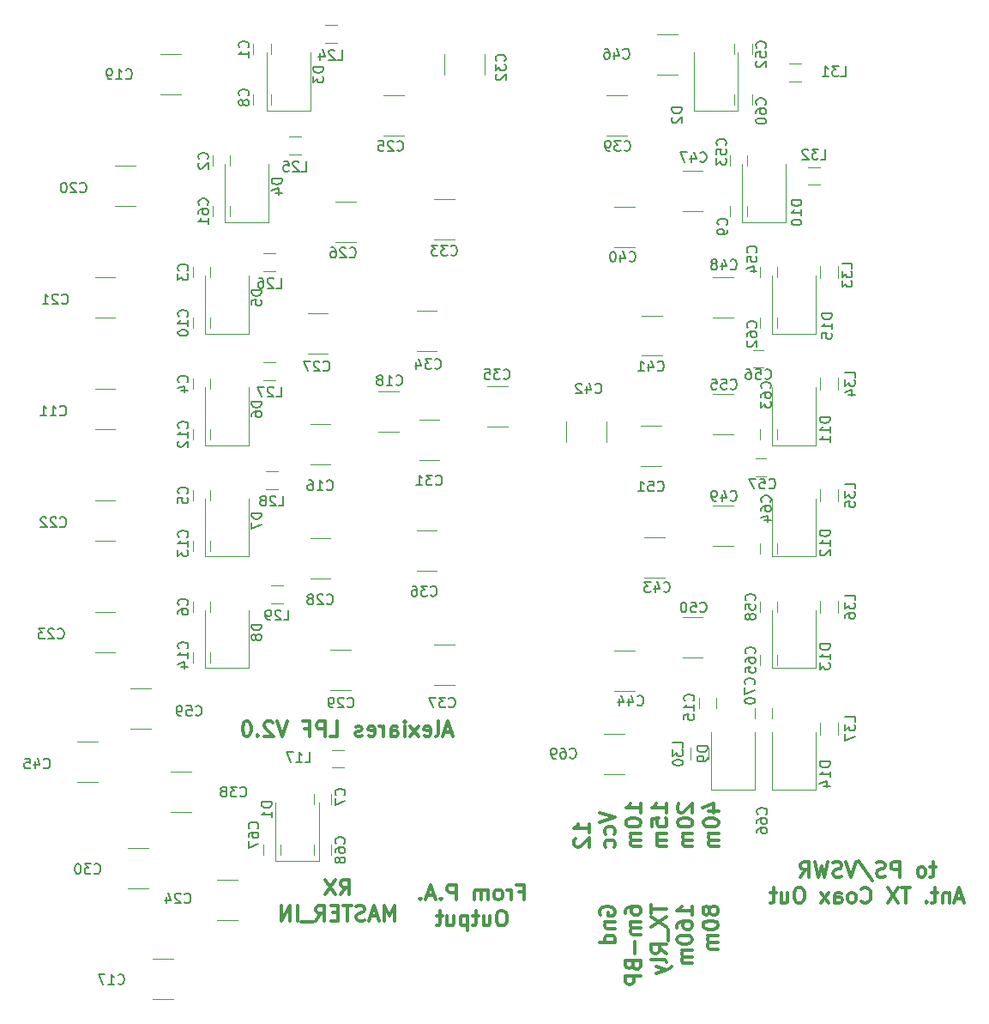
<source format=gbo>
G04 #@! TF.FileFunction,Legend,Bot*
%FSLAX46Y46*%
G04 Gerber Fmt 4.6, Leading zero omitted, Abs format (unit mm)*
G04 Created by KiCad (PCBNEW 4.0.7) date 07/05/18 17:42:08*
%MOMM*%
%LPD*%
G01*
G04 APERTURE LIST*
%ADD10C,0.100000*%
%ADD11C,0.300000*%
%ADD12C,0.120000*%
%ADD13C,0.150000*%
G04 APERTURE END LIST*
D10*
D11*
X99721428Y-116850000D02*
X99007142Y-116850000D01*
X99864285Y-117278571D02*
X99364285Y-115778571D01*
X98864285Y-117278571D01*
X98149999Y-117278571D02*
X98292857Y-117207143D01*
X98364285Y-117064286D01*
X98364285Y-115778571D01*
X97007143Y-117207143D02*
X97150000Y-117278571D01*
X97435714Y-117278571D01*
X97578571Y-117207143D01*
X97650000Y-117064286D01*
X97650000Y-116492857D01*
X97578571Y-116350000D01*
X97435714Y-116278571D01*
X97150000Y-116278571D01*
X97007143Y-116350000D01*
X96935714Y-116492857D01*
X96935714Y-116635714D01*
X97650000Y-116778571D01*
X96435714Y-117278571D02*
X95650000Y-116278571D01*
X96435714Y-116278571D02*
X95650000Y-117278571D01*
X95078571Y-117278571D02*
X95078571Y-116278571D01*
X95078571Y-115778571D02*
X95150000Y-115850000D01*
X95078571Y-115921429D01*
X95007143Y-115850000D01*
X95078571Y-115778571D01*
X95078571Y-115921429D01*
X93721428Y-117278571D02*
X93721428Y-116492857D01*
X93792857Y-116350000D01*
X93935714Y-116278571D01*
X94221428Y-116278571D01*
X94364285Y-116350000D01*
X93721428Y-117207143D02*
X93864285Y-117278571D01*
X94221428Y-117278571D01*
X94364285Y-117207143D01*
X94435714Y-117064286D01*
X94435714Y-116921429D01*
X94364285Y-116778571D01*
X94221428Y-116707143D01*
X93864285Y-116707143D01*
X93721428Y-116635714D01*
X93007142Y-117278571D02*
X93007142Y-116278571D01*
X93007142Y-116564286D02*
X92935714Y-116421429D01*
X92864285Y-116350000D01*
X92721428Y-116278571D01*
X92578571Y-116278571D01*
X91507143Y-117207143D02*
X91650000Y-117278571D01*
X91935714Y-117278571D01*
X92078571Y-117207143D01*
X92150000Y-117064286D01*
X92150000Y-116492857D01*
X92078571Y-116350000D01*
X91935714Y-116278571D01*
X91650000Y-116278571D01*
X91507143Y-116350000D01*
X91435714Y-116492857D01*
X91435714Y-116635714D01*
X92150000Y-116778571D01*
X90864286Y-117207143D02*
X90721429Y-117278571D01*
X90435714Y-117278571D01*
X90292857Y-117207143D01*
X90221429Y-117064286D01*
X90221429Y-116992857D01*
X90292857Y-116850000D01*
X90435714Y-116778571D01*
X90650000Y-116778571D01*
X90792857Y-116707143D01*
X90864286Y-116564286D01*
X90864286Y-116492857D01*
X90792857Y-116350000D01*
X90650000Y-116278571D01*
X90435714Y-116278571D01*
X90292857Y-116350000D01*
X87721428Y-117278571D02*
X88435714Y-117278571D01*
X88435714Y-115778571D01*
X87221428Y-117278571D02*
X87221428Y-115778571D01*
X86650000Y-115778571D01*
X86507142Y-115850000D01*
X86435714Y-115921429D01*
X86364285Y-116064286D01*
X86364285Y-116278571D01*
X86435714Y-116421429D01*
X86507142Y-116492857D01*
X86650000Y-116564286D01*
X87221428Y-116564286D01*
X85221428Y-116492857D02*
X85721428Y-116492857D01*
X85721428Y-117278571D02*
X85721428Y-115778571D01*
X85007142Y-115778571D01*
X83507143Y-115778571D02*
X83007143Y-117278571D01*
X82507143Y-115778571D01*
X82078572Y-115921429D02*
X82007143Y-115850000D01*
X81864286Y-115778571D01*
X81507143Y-115778571D01*
X81364286Y-115850000D01*
X81292857Y-115921429D01*
X81221429Y-116064286D01*
X81221429Y-116207143D01*
X81292857Y-116421429D01*
X82150000Y-117278571D01*
X81221429Y-117278571D01*
X80578572Y-117135714D02*
X80507144Y-117207143D01*
X80578572Y-117278571D01*
X80650001Y-117207143D01*
X80578572Y-117135714D01*
X80578572Y-117278571D01*
X79578572Y-115778571D02*
X79435715Y-115778571D01*
X79292858Y-115850000D01*
X79221429Y-115921429D01*
X79150000Y-116064286D01*
X79078572Y-116350000D01*
X79078572Y-116707143D01*
X79150000Y-116992857D01*
X79221429Y-117135714D01*
X79292858Y-117207143D01*
X79435715Y-117278571D01*
X79578572Y-117278571D01*
X79721429Y-117207143D01*
X79792858Y-117135714D01*
X79864286Y-116992857D01*
X79935715Y-116707143D01*
X79935715Y-116350000D01*
X79864286Y-116064286D01*
X79792858Y-115921429D01*
X79721429Y-115850000D01*
X79578572Y-115778571D01*
X88749999Y-132903571D02*
X89249999Y-132189286D01*
X89607142Y-132903571D02*
X89607142Y-131403571D01*
X89035714Y-131403571D01*
X88892856Y-131475000D01*
X88821428Y-131546429D01*
X88749999Y-131689286D01*
X88749999Y-131903571D01*
X88821428Y-132046429D01*
X88892856Y-132117857D01*
X89035714Y-132189286D01*
X89607142Y-132189286D01*
X88249999Y-131403571D02*
X87249999Y-132903571D01*
X87249999Y-131403571D02*
X88249999Y-132903571D01*
X94071428Y-135453571D02*
X94071428Y-133953571D01*
X93571428Y-135025000D01*
X93071428Y-133953571D01*
X93071428Y-135453571D01*
X92428571Y-135025000D02*
X91714285Y-135025000D01*
X92571428Y-135453571D02*
X92071428Y-133953571D01*
X91571428Y-135453571D01*
X91142857Y-135382143D02*
X90928571Y-135453571D01*
X90571428Y-135453571D01*
X90428571Y-135382143D01*
X90357142Y-135310714D01*
X90285714Y-135167857D01*
X90285714Y-135025000D01*
X90357142Y-134882143D01*
X90428571Y-134810714D01*
X90571428Y-134739286D01*
X90857142Y-134667857D01*
X91000000Y-134596429D01*
X91071428Y-134525000D01*
X91142857Y-134382143D01*
X91142857Y-134239286D01*
X91071428Y-134096429D01*
X91000000Y-134025000D01*
X90857142Y-133953571D01*
X90500000Y-133953571D01*
X90285714Y-134025000D01*
X89857143Y-133953571D02*
X89000000Y-133953571D01*
X89428571Y-135453571D02*
X89428571Y-133953571D01*
X88500000Y-134667857D02*
X88000000Y-134667857D01*
X87785714Y-135453571D02*
X88500000Y-135453571D01*
X88500000Y-133953571D01*
X87785714Y-133953571D01*
X86285714Y-135453571D02*
X86785714Y-134739286D01*
X87142857Y-135453571D02*
X87142857Y-133953571D01*
X86571429Y-133953571D01*
X86428571Y-134025000D01*
X86357143Y-134096429D01*
X86285714Y-134239286D01*
X86285714Y-134453571D01*
X86357143Y-134596429D01*
X86428571Y-134667857D01*
X86571429Y-134739286D01*
X87142857Y-134739286D01*
X86000000Y-135596429D02*
X84857143Y-135596429D01*
X84500000Y-135453571D02*
X84500000Y-133953571D01*
X83785714Y-135453571D02*
X83785714Y-133953571D01*
X82928571Y-135453571D01*
X82928571Y-133953571D01*
X106357142Y-132617857D02*
X106857142Y-132617857D01*
X106857142Y-133403571D02*
X106857142Y-131903571D01*
X106142856Y-131903571D01*
X105571428Y-133403571D02*
X105571428Y-132403571D01*
X105571428Y-132689286D02*
X105500000Y-132546429D01*
X105428571Y-132475000D01*
X105285714Y-132403571D01*
X105142857Y-132403571D01*
X104428571Y-133403571D02*
X104571429Y-133332143D01*
X104642857Y-133260714D01*
X104714286Y-133117857D01*
X104714286Y-132689286D01*
X104642857Y-132546429D01*
X104571429Y-132475000D01*
X104428571Y-132403571D01*
X104214286Y-132403571D01*
X104071429Y-132475000D01*
X104000000Y-132546429D01*
X103928571Y-132689286D01*
X103928571Y-133117857D01*
X104000000Y-133260714D01*
X104071429Y-133332143D01*
X104214286Y-133403571D01*
X104428571Y-133403571D01*
X103285714Y-133403571D02*
X103285714Y-132403571D01*
X103285714Y-132546429D02*
X103214286Y-132475000D01*
X103071428Y-132403571D01*
X102857143Y-132403571D01*
X102714286Y-132475000D01*
X102642857Y-132617857D01*
X102642857Y-133403571D01*
X102642857Y-132617857D02*
X102571428Y-132475000D01*
X102428571Y-132403571D01*
X102214286Y-132403571D01*
X102071428Y-132475000D01*
X102000000Y-132617857D01*
X102000000Y-133403571D01*
X100142857Y-133403571D02*
X100142857Y-131903571D01*
X99571429Y-131903571D01*
X99428571Y-131975000D01*
X99357143Y-132046429D01*
X99285714Y-132189286D01*
X99285714Y-132403571D01*
X99357143Y-132546429D01*
X99428571Y-132617857D01*
X99571429Y-132689286D01*
X100142857Y-132689286D01*
X98642857Y-133260714D02*
X98571429Y-133332143D01*
X98642857Y-133403571D01*
X98714286Y-133332143D01*
X98642857Y-133260714D01*
X98642857Y-133403571D01*
X98000000Y-132975000D02*
X97285714Y-132975000D01*
X98142857Y-133403571D02*
X97642857Y-131903571D01*
X97142857Y-133403571D01*
X96642857Y-133260714D02*
X96571429Y-133332143D01*
X96642857Y-133403571D01*
X96714286Y-133332143D01*
X96642857Y-133260714D01*
X96642857Y-133403571D01*
X104785715Y-134453571D02*
X104500001Y-134453571D01*
X104357143Y-134525000D01*
X104214286Y-134667857D01*
X104142858Y-134953571D01*
X104142858Y-135453571D01*
X104214286Y-135739286D01*
X104357143Y-135882143D01*
X104500001Y-135953571D01*
X104785715Y-135953571D01*
X104928572Y-135882143D01*
X105071429Y-135739286D01*
X105142858Y-135453571D01*
X105142858Y-134953571D01*
X105071429Y-134667857D01*
X104928572Y-134525000D01*
X104785715Y-134453571D01*
X102857143Y-134953571D02*
X102857143Y-135953571D01*
X103500000Y-134953571D02*
X103500000Y-135739286D01*
X103428572Y-135882143D01*
X103285714Y-135953571D01*
X103071429Y-135953571D01*
X102928572Y-135882143D01*
X102857143Y-135810714D01*
X102357143Y-134953571D02*
X101785714Y-134953571D01*
X102142857Y-134453571D02*
X102142857Y-135739286D01*
X102071429Y-135882143D01*
X101928571Y-135953571D01*
X101785714Y-135953571D01*
X101285714Y-134953571D02*
X101285714Y-136453571D01*
X101285714Y-135025000D02*
X101142857Y-134953571D01*
X100857143Y-134953571D01*
X100714286Y-135025000D01*
X100642857Y-135096429D01*
X100571428Y-135239286D01*
X100571428Y-135667857D01*
X100642857Y-135810714D01*
X100714286Y-135882143D01*
X100857143Y-135953571D01*
X101142857Y-135953571D01*
X101285714Y-135882143D01*
X99285714Y-134953571D02*
X99285714Y-135953571D01*
X99928571Y-134953571D02*
X99928571Y-135739286D01*
X99857143Y-135882143D01*
X99714285Y-135953571D01*
X99500000Y-135953571D01*
X99357143Y-135882143D01*
X99285714Y-135810714D01*
X98785714Y-134953571D02*
X98214285Y-134953571D01*
X98571428Y-134453571D02*
X98571428Y-135739286D01*
X98500000Y-135882143D01*
X98357142Y-135953571D01*
X98214285Y-135953571D01*
X147500000Y-130153571D02*
X146928571Y-130153571D01*
X147285714Y-129653571D02*
X147285714Y-130939286D01*
X147214286Y-131082143D01*
X147071428Y-131153571D01*
X146928571Y-131153571D01*
X146214285Y-131153571D02*
X146357143Y-131082143D01*
X146428571Y-131010714D01*
X146500000Y-130867857D01*
X146500000Y-130439286D01*
X146428571Y-130296429D01*
X146357143Y-130225000D01*
X146214285Y-130153571D01*
X146000000Y-130153571D01*
X145857143Y-130225000D01*
X145785714Y-130296429D01*
X145714285Y-130439286D01*
X145714285Y-130867857D01*
X145785714Y-131010714D01*
X145857143Y-131082143D01*
X146000000Y-131153571D01*
X146214285Y-131153571D01*
X143928571Y-131153571D02*
X143928571Y-129653571D01*
X143357143Y-129653571D01*
X143214285Y-129725000D01*
X143142857Y-129796429D01*
X143071428Y-129939286D01*
X143071428Y-130153571D01*
X143142857Y-130296429D01*
X143214285Y-130367857D01*
X143357143Y-130439286D01*
X143928571Y-130439286D01*
X142500000Y-131082143D02*
X142285714Y-131153571D01*
X141928571Y-131153571D01*
X141785714Y-131082143D01*
X141714285Y-131010714D01*
X141642857Y-130867857D01*
X141642857Y-130725000D01*
X141714285Y-130582143D01*
X141785714Y-130510714D01*
X141928571Y-130439286D01*
X142214285Y-130367857D01*
X142357143Y-130296429D01*
X142428571Y-130225000D01*
X142500000Y-130082143D01*
X142500000Y-129939286D01*
X142428571Y-129796429D01*
X142357143Y-129725000D01*
X142214285Y-129653571D01*
X141857143Y-129653571D01*
X141642857Y-129725000D01*
X139928572Y-129582143D02*
X141214286Y-131510714D01*
X139642857Y-129653571D02*
X139142857Y-131153571D01*
X138642857Y-129653571D01*
X138214286Y-131082143D02*
X138000000Y-131153571D01*
X137642857Y-131153571D01*
X137500000Y-131082143D01*
X137428571Y-131010714D01*
X137357143Y-130867857D01*
X137357143Y-130725000D01*
X137428571Y-130582143D01*
X137500000Y-130510714D01*
X137642857Y-130439286D01*
X137928571Y-130367857D01*
X138071429Y-130296429D01*
X138142857Y-130225000D01*
X138214286Y-130082143D01*
X138214286Y-129939286D01*
X138142857Y-129796429D01*
X138071429Y-129725000D01*
X137928571Y-129653571D01*
X137571429Y-129653571D01*
X137357143Y-129725000D01*
X136857143Y-129653571D02*
X136500000Y-131153571D01*
X136214286Y-130082143D01*
X135928572Y-131153571D01*
X135571429Y-129653571D01*
X134142857Y-131153571D02*
X134642857Y-130439286D01*
X135000000Y-131153571D02*
X135000000Y-129653571D01*
X134428572Y-129653571D01*
X134285714Y-129725000D01*
X134214286Y-129796429D01*
X134142857Y-129939286D01*
X134142857Y-130153571D01*
X134214286Y-130296429D01*
X134285714Y-130367857D01*
X134428572Y-130439286D01*
X135000000Y-130439286D01*
X150178572Y-133275000D02*
X149464286Y-133275000D01*
X150321429Y-133703571D02*
X149821429Y-132203571D01*
X149321429Y-133703571D01*
X148821429Y-132703571D02*
X148821429Y-133703571D01*
X148821429Y-132846429D02*
X148750001Y-132775000D01*
X148607143Y-132703571D01*
X148392858Y-132703571D01*
X148250001Y-132775000D01*
X148178572Y-132917857D01*
X148178572Y-133703571D01*
X147678572Y-132703571D02*
X147107143Y-132703571D01*
X147464286Y-132203571D02*
X147464286Y-133489286D01*
X147392858Y-133632143D01*
X147250000Y-133703571D01*
X147107143Y-133703571D01*
X146607143Y-133560714D02*
X146535715Y-133632143D01*
X146607143Y-133703571D01*
X146678572Y-133632143D01*
X146607143Y-133560714D01*
X146607143Y-133703571D01*
X144964286Y-132203571D02*
X144107143Y-132203571D01*
X144535714Y-133703571D02*
X144535714Y-132203571D01*
X143750000Y-132203571D02*
X142750000Y-133703571D01*
X142750000Y-132203571D02*
X143750000Y-133703571D01*
X140178572Y-133560714D02*
X140250001Y-133632143D01*
X140464287Y-133703571D01*
X140607144Y-133703571D01*
X140821429Y-133632143D01*
X140964287Y-133489286D01*
X141035715Y-133346429D01*
X141107144Y-133060714D01*
X141107144Y-132846429D01*
X141035715Y-132560714D01*
X140964287Y-132417857D01*
X140821429Y-132275000D01*
X140607144Y-132203571D01*
X140464287Y-132203571D01*
X140250001Y-132275000D01*
X140178572Y-132346429D01*
X139321429Y-133703571D02*
X139464287Y-133632143D01*
X139535715Y-133560714D01*
X139607144Y-133417857D01*
X139607144Y-132989286D01*
X139535715Y-132846429D01*
X139464287Y-132775000D01*
X139321429Y-132703571D01*
X139107144Y-132703571D01*
X138964287Y-132775000D01*
X138892858Y-132846429D01*
X138821429Y-132989286D01*
X138821429Y-133417857D01*
X138892858Y-133560714D01*
X138964287Y-133632143D01*
X139107144Y-133703571D01*
X139321429Y-133703571D01*
X137535715Y-133703571D02*
X137535715Y-132917857D01*
X137607144Y-132775000D01*
X137750001Y-132703571D01*
X138035715Y-132703571D01*
X138178572Y-132775000D01*
X137535715Y-133632143D02*
X137678572Y-133703571D01*
X138035715Y-133703571D01*
X138178572Y-133632143D01*
X138250001Y-133489286D01*
X138250001Y-133346429D01*
X138178572Y-133203571D01*
X138035715Y-133132143D01*
X137678572Y-133132143D01*
X137535715Y-133060714D01*
X136964286Y-133703571D02*
X136178572Y-132703571D01*
X136964286Y-132703571D02*
X136178572Y-133703571D01*
X134178572Y-132203571D02*
X133892858Y-132203571D01*
X133750000Y-132275000D01*
X133607143Y-132417857D01*
X133535715Y-132703571D01*
X133535715Y-133203571D01*
X133607143Y-133489286D01*
X133750000Y-133632143D01*
X133892858Y-133703571D01*
X134178572Y-133703571D01*
X134321429Y-133632143D01*
X134464286Y-133489286D01*
X134535715Y-133203571D01*
X134535715Y-132703571D01*
X134464286Y-132417857D01*
X134321429Y-132275000D01*
X134178572Y-132203571D01*
X132250000Y-132703571D02*
X132250000Y-133703571D01*
X132892857Y-132703571D02*
X132892857Y-133489286D01*
X132821429Y-133632143D01*
X132678571Y-133703571D01*
X132464286Y-133703571D01*
X132321429Y-133632143D01*
X132250000Y-133560714D01*
X131750000Y-132703571D02*
X131178571Y-132703571D01*
X131535714Y-132203571D02*
X131535714Y-133489286D01*
X131464286Y-133632143D01*
X131321428Y-133703571D01*
X131178571Y-133703571D01*
X113303571Y-126785715D02*
X113303571Y-125928572D01*
X113303571Y-126357144D02*
X111803571Y-126357144D01*
X112017857Y-126214287D01*
X112160714Y-126071429D01*
X112232143Y-125928572D01*
X111946429Y-127357143D02*
X111875000Y-127428572D01*
X111803571Y-127571429D01*
X111803571Y-127928572D01*
X111875000Y-128071429D01*
X111946429Y-128142858D01*
X112089286Y-128214286D01*
X112232143Y-128214286D01*
X112446429Y-128142858D01*
X113303571Y-127285715D01*
X113303571Y-128214286D01*
X114353571Y-124785715D02*
X115853571Y-125285715D01*
X114353571Y-125785715D01*
X115782143Y-126928572D02*
X115853571Y-126785715D01*
X115853571Y-126500001D01*
X115782143Y-126357143D01*
X115710714Y-126285715D01*
X115567857Y-126214286D01*
X115139286Y-126214286D01*
X114996429Y-126285715D01*
X114925000Y-126357143D01*
X114853571Y-126500001D01*
X114853571Y-126785715D01*
X114925000Y-126928572D01*
X115782143Y-128214286D02*
X115853571Y-128071429D01*
X115853571Y-127785715D01*
X115782143Y-127642857D01*
X115710714Y-127571429D01*
X115567857Y-127500000D01*
X115139286Y-127500000D01*
X114996429Y-127571429D01*
X114925000Y-127642857D01*
X114853571Y-127785715D01*
X114853571Y-128071429D01*
X114925000Y-128214286D01*
X118403571Y-124785715D02*
X118403571Y-123928572D01*
X118403571Y-124357144D02*
X116903571Y-124357144D01*
X117117857Y-124214287D01*
X117260714Y-124071429D01*
X117332143Y-123928572D01*
X116903571Y-125714286D02*
X116903571Y-125857143D01*
X116975000Y-126000000D01*
X117046429Y-126071429D01*
X117189286Y-126142858D01*
X117475000Y-126214286D01*
X117832143Y-126214286D01*
X118117857Y-126142858D01*
X118260714Y-126071429D01*
X118332143Y-126000000D01*
X118403571Y-125857143D01*
X118403571Y-125714286D01*
X118332143Y-125571429D01*
X118260714Y-125500000D01*
X118117857Y-125428572D01*
X117832143Y-125357143D01*
X117475000Y-125357143D01*
X117189286Y-125428572D01*
X117046429Y-125500000D01*
X116975000Y-125571429D01*
X116903571Y-125714286D01*
X118403571Y-126857143D02*
X117403571Y-126857143D01*
X117546429Y-126857143D02*
X117475000Y-126928571D01*
X117403571Y-127071429D01*
X117403571Y-127285714D01*
X117475000Y-127428571D01*
X117617857Y-127500000D01*
X118403571Y-127500000D01*
X117617857Y-127500000D02*
X117475000Y-127571429D01*
X117403571Y-127714286D01*
X117403571Y-127928571D01*
X117475000Y-128071429D01*
X117617857Y-128142857D01*
X118403571Y-128142857D01*
X120953571Y-124785715D02*
X120953571Y-123928572D01*
X120953571Y-124357144D02*
X119453571Y-124357144D01*
X119667857Y-124214287D01*
X119810714Y-124071429D01*
X119882143Y-123928572D01*
X119453571Y-126142858D02*
X119453571Y-125428572D01*
X120167857Y-125357143D01*
X120096429Y-125428572D01*
X120025000Y-125571429D01*
X120025000Y-125928572D01*
X120096429Y-126071429D01*
X120167857Y-126142858D01*
X120310714Y-126214286D01*
X120667857Y-126214286D01*
X120810714Y-126142858D01*
X120882143Y-126071429D01*
X120953571Y-125928572D01*
X120953571Y-125571429D01*
X120882143Y-125428572D01*
X120810714Y-125357143D01*
X120953571Y-126857143D02*
X119953571Y-126857143D01*
X120096429Y-126857143D02*
X120025000Y-126928571D01*
X119953571Y-127071429D01*
X119953571Y-127285714D01*
X120025000Y-127428571D01*
X120167857Y-127500000D01*
X120953571Y-127500000D01*
X120167857Y-127500000D02*
X120025000Y-127571429D01*
X119953571Y-127714286D01*
X119953571Y-127928571D01*
X120025000Y-128071429D01*
X120167857Y-128142857D01*
X120953571Y-128142857D01*
X122146429Y-123928572D02*
X122075000Y-124000001D01*
X122003571Y-124142858D01*
X122003571Y-124500001D01*
X122075000Y-124642858D01*
X122146429Y-124714287D01*
X122289286Y-124785715D01*
X122432143Y-124785715D01*
X122646429Y-124714287D01*
X123503571Y-123857144D01*
X123503571Y-124785715D01*
X122003571Y-125714286D02*
X122003571Y-125857143D01*
X122075000Y-126000000D01*
X122146429Y-126071429D01*
X122289286Y-126142858D01*
X122575000Y-126214286D01*
X122932143Y-126214286D01*
X123217857Y-126142858D01*
X123360714Y-126071429D01*
X123432143Y-126000000D01*
X123503571Y-125857143D01*
X123503571Y-125714286D01*
X123432143Y-125571429D01*
X123360714Y-125500000D01*
X123217857Y-125428572D01*
X122932143Y-125357143D01*
X122575000Y-125357143D01*
X122289286Y-125428572D01*
X122146429Y-125500000D01*
X122075000Y-125571429D01*
X122003571Y-125714286D01*
X123503571Y-126857143D02*
X122503571Y-126857143D01*
X122646429Y-126857143D02*
X122575000Y-126928571D01*
X122503571Y-127071429D01*
X122503571Y-127285714D01*
X122575000Y-127428571D01*
X122717857Y-127500000D01*
X123503571Y-127500000D01*
X122717857Y-127500000D02*
X122575000Y-127571429D01*
X122503571Y-127714286D01*
X122503571Y-127928571D01*
X122575000Y-128071429D01*
X122717857Y-128142857D01*
X123503571Y-128142857D01*
X125053571Y-124642858D02*
X126053571Y-124642858D01*
X124482143Y-124285715D02*
X125553571Y-123928572D01*
X125553571Y-124857144D01*
X124553571Y-125714286D02*
X124553571Y-125857143D01*
X124625000Y-126000000D01*
X124696429Y-126071429D01*
X124839286Y-126142858D01*
X125125000Y-126214286D01*
X125482143Y-126214286D01*
X125767857Y-126142858D01*
X125910714Y-126071429D01*
X125982143Y-126000000D01*
X126053571Y-125857143D01*
X126053571Y-125714286D01*
X125982143Y-125571429D01*
X125910714Y-125500000D01*
X125767857Y-125428572D01*
X125482143Y-125357143D01*
X125125000Y-125357143D01*
X124839286Y-125428572D01*
X124696429Y-125500000D01*
X124625000Y-125571429D01*
X124553571Y-125714286D01*
X126053571Y-126857143D02*
X125053571Y-126857143D01*
X125196429Y-126857143D02*
X125125000Y-126928571D01*
X125053571Y-127071429D01*
X125053571Y-127285714D01*
X125125000Y-127428571D01*
X125267857Y-127500000D01*
X126053571Y-127500000D01*
X125267857Y-127500000D02*
X125125000Y-127571429D01*
X125053571Y-127714286D01*
X125053571Y-127928571D01*
X125125000Y-128071429D01*
X125267857Y-128142857D01*
X126053571Y-128142857D01*
X114400000Y-134892857D02*
X114328571Y-134750000D01*
X114328571Y-134535714D01*
X114400000Y-134321429D01*
X114542857Y-134178571D01*
X114685714Y-134107143D01*
X114971429Y-134035714D01*
X115185714Y-134035714D01*
X115471429Y-134107143D01*
X115614286Y-134178571D01*
X115757143Y-134321429D01*
X115828571Y-134535714D01*
X115828571Y-134678571D01*
X115757143Y-134892857D01*
X115685714Y-134964286D01*
X115185714Y-134964286D01*
X115185714Y-134678571D01*
X114828571Y-135607143D02*
X115828571Y-135607143D01*
X114971429Y-135607143D02*
X114900000Y-135678571D01*
X114828571Y-135821429D01*
X114828571Y-136035714D01*
X114900000Y-136178571D01*
X115042857Y-136250000D01*
X115828571Y-136250000D01*
X115828571Y-137607143D02*
X114328571Y-137607143D01*
X115757143Y-137607143D02*
X115828571Y-137464286D01*
X115828571Y-137178572D01*
X115757143Y-137035714D01*
X115685714Y-136964286D01*
X115542857Y-136892857D01*
X115114286Y-136892857D01*
X114971429Y-136964286D01*
X114900000Y-137035714D01*
X114828571Y-137178572D01*
X114828571Y-137464286D01*
X114900000Y-137607143D01*
X116878571Y-134750000D02*
X116878571Y-134464286D01*
X116950000Y-134321429D01*
X117021429Y-134250000D01*
X117235714Y-134107143D01*
X117521429Y-134035714D01*
X118092857Y-134035714D01*
X118235714Y-134107143D01*
X118307143Y-134178571D01*
X118378571Y-134321429D01*
X118378571Y-134607143D01*
X118307143Y-134750000D01*
X118235714Y-134821429D01*
X118092857Y-134892857D01*
X117735714Y-134892857D01*
X117592857Y-134821429D01*
X117521429Y-134750000D01*
X117450000Y-134607143D01*
X117450000Y-134321429D01*
X117521429Y-134178571D01*
X117592857Y-134107143D01*
X117735714Y-134035714D01*
X118378571Y-135535714D02*
X117378571Y-135535714D01*
X117521429Y-135535714D02*
X117450000Y-135607142D01*
X117378571Y-135750000D01*
X117378571Y-135964285D01*
X117450000Y-136107142D01*
X117592857Y-136178571D01*
X118378571Y-136178571D01*
X117592857Y-136178571D02*
X117450000Y-136250000D01*
X117378571Y-136392857D01*
X117378571Y-136607142D01*
X117450000Y-136750000D01*
X117592857Y-136821428D01*
X118378571Y-136821428D01*
X117807143Y-137535714D02*
X117807143Y-138678571D01*
X117592857Y-139892857D02*
X117664286Y-140107143D01*
X117735714Y-140178571D01*
X117878571Y-140250000D01*
X118092857Y-140250000D01*
X118235714Y-140178571D01*
X118307143Y-140107143D01*
X118378571Y-139964285D01*
X118378571Y-139392857D01*
X116878571Y-139392857D01*
X116878571Y-139892857D01*
X116950000Y-140035714D01*
X117021429Y-140107143D01*
X117164286Y-140178571D01*
X117307143Y-140178571D01*
X117450000Y-140107143D01*
X117521429Y-140035714D01*
X117592857Y-139892857D01*
X117592857Y-139392857D01*
X118378571Y-140892857D02*
X116878571Y-140892857D01*
X116878571Y-141464285D01*
X116950000Y-141607143D01*
X117021429Y-141678571D01*
X117164286Y-141750000D01*
X117378571Y-141750000D01*
X117521429Y-141678571D01*
X117592857Y-141607143D01*
X117664286Y-141464285D01*
X117664286Y-140892857D01*
X119428571Y-133892857D02*
X119428571Y-134750000D01*
X120928571Y-134321429D02*
X119428571Y-134321429D01*
X119428571Y-135107143D02*
X120928571Y-136107143D01*
X119428571Y-136107143D02*
X120928571Y-135107143D01*
X121071429Y-136321428D02*
X121071429Y-137464285D01*
X120928571Y-138678571D02*
X120214286Y-138178571D01*
X120928571Y-137821428D02*
X119428571Y-137821428D01*
X119428571Y-138392856D01*
X119500000Y-138535714D01*
X119571429Y-138607142D01*
X119714286Y-138678571D01*
X119928571Y-138678571D01*
X120071429Y-138607142D01*
X120142857Y-138535714D01*
X120214286Y-138392856D01*
X120214286Y-137821428D01*
X120928571Y-139535714D02*
X120857143Y-139392856D01*
X120714286Y-139321428D01*
X119428571Y-139321428D01*
X119928571Y-139964285D02*
X120928571Y-140321428D01*
X119928571Y-140678570D02*
X120928571Y-140321428D01*
X121285714Y-140178570D01*
X121357143Y-140107142D01*
X121428571Y-139964285D01*
X123478571Y-134892857D02*
X123478571Y-134035714D01*
X123478571Y-134464286D02*
X121978571Y-134464286D01*
X122192857Y-134321429D01*
X122335714Y-134178571D01*
X122407143Y-134035714D01*
X121978571Y-136178571D02*
X121978571Y-135892857D01*
X122050000Y-135750000D01*
X122121429Y-135678571D01*
X122335714Y-135535714D01*
X122621429Y-135464285D01*
X123192857Y-135464285D01*
X123335714Y-135535714D01*
X123407143Y-135607142D01*
X123478571Y-135750000D01*
X123478571Y-136035714D01*
X123407143Y-136178571D01*
X123335714Y-136250000D01*
X123192857Y-136321428D01*
X122835714Y-136321428D01*
X122692857Y-136250000D01*
X122621429Y-136178571D01*
X122550000Y-136035714D01*
X122550000Y-135750000D01*
X122621429Y-135607142D01*
X122692857Y-135535714D01*
X122835714Y-135464285D01*
X121978571Y-137249999D02*
X121978571Y-137392856D01*
X122050000Y-137535713D01*
X122121429Y-137607142D01*
X122264286Y-137678571D01*
X122550000Y-137749999D01*
X122907143Y-137749999D01*
X123192857Y-137678571D01*
X123335714Y-137607142D01*
X123407143Y-137535713D01*
X123478571Y-137392856D01*
X123478571Y-137249999D01*
X123407143Y-137107142D01*
X123335714Y-137035713D01*
X123192857Y-136964285D01*
X122907143Y-136892856D01*
X122550000Y-136892856D01*
X122264286Y-136964285D01*
X122121429Y-137035713D01*
X122050000Y-137107142D01*
X121978571Y-137249999D01*
X123478571Y-138392856D02*
X122478571Y-138392856D01*
X122621429Y-138392856D02*
X122550000Y-138464284D01*
X122478571Y-138607142D01*
X122478571Y-138821427D01*
X122550000Y-138964284D01*
X122692857Y-139035713D01*
X123478571Y-139035713D01*
X122692857Y-139035713D02*
X122550000Y-139107142D01*
X122478571Y-139249999D01*
X122478571Y-139464284D01*
X122550000Y-139607142D01*
X122692857Y-139678570D01*
X123478571Y-139678570D01*
X125171429Y-134321429D02*
X125100000Y-134178571D01*
X125028571Y-134107143D01*
X124885714Y-134035714D01*
X124814286Y-134035714D01*
X124671429Y-134107143D01*
X124600000Y-134178571D01*
X124528571Y-134321429D01*
X124528571Y-134607143D01*
X124600000Y-134750000D01*
X124671429Y-134821429D01*
X124814286Y-134892857D01*
X124885714Y-134892857D01*
X125028571Y-134821429D01*
X125100000Y-134750000D01*
X125171429Y-134607143D01*
X125171429Y-134321429D01*
X125242857Y-134178571D01*
X125314286Y-134107143D01*
X125457143Y-134035714D01*
X125742857Y-134035714D01*
X125885714Y-134107143D01*
X125957143Y-134178571D01*
X126028571Y-134321429D01*
X126028571Y-134607143D01*
X125957143Y-134750000D01*
X125885714Y-134821429D01*
X125742857Y-134892857D01*
X125457143Y-134892857D01*
X125314286Y-134821429D01*
X125242857Y-134750000D01*
X125171429Y-134607143D01*
X124528571Y-135821428D02*
X124528571Y-135964285D01*
X124600000Y-136107142D01*
X124671429Y-136178571D01*
X124814286Y-136250000D01*
X125100000Y-136321428D01*
X125457143Y-136321428D01*
X125742857Y-136250000D01*
X125885714Y-136178571D01*
X125957143Y-136107142D01*
X126028571Y-135964285D01*
X126028571Y-135821428D01*
X125957143Y-135678571D01*
X125885714Y-135607142D01*
X125742857Y-135535714D01*
X125457143Y-135464285D01*
X125100000Y-135464285D01*
X124814286Y-135535714D01*
X124671429Y-135607142D01*
X124600000Y-135678571D01*
X124528571Y-135821428D01*
X126028571Y-136964285D02*
X125028571Y-136964285D01*
X125171429Y-136964285D02*
X125100000Y-137035713D01*
X125028571Y-137178571D01*
X125028571Y-137392856D01*
X125100000Y-137535713D01*
X125242857Y-137607142D01*
X126028571Y-137607142D01*
X125242857Y-137607142D02*
X125100000Y-137678571D01*
X125028571Y-137821428D01*
X125028571Y-138035713D01*
X125100000Y-138178571D01*
X125242857Y-138249999D01*
X126028571Y-138249999D01*
D12*
X129650000Y-122250000D02*
X129650000Y-121250000D01*
X131350000Y-121250000D02*
X131350000Y-122250000D01*
X80150000Y-50000000D02*
X80150000Y-49000000D01*
X81850000Y-49000000D02*
X81850000Y-50000000D01*
X76150000Y-61000000D02*
X76150000Y-60000000D01*
X77850000Y-60000000D02*
X77850000Y-61000000D01*
X74150000Y-72000000D02*
X74150000Y-71000000D01*
X75850000Y-71000000D02*
X75850000Y-72000000D01*
X74150000Y-83000000D02*
X74150000Y-82000000D01*
X75850000Y-82000000D02*
X75850000Y-83000000D01*
X74150000Y-94000000D02*
X74150000Y-93000000D01*
X75850000Y-93000000D02*
X75850000Y-94000000D01*
X74150000Y-105000000D02*
X74150000Y-104000000D01*
X75850000Y-104000000D02*
X75850000Y-105000000D01*
X81850000Y-54000000D02*
X81850000Y-55000000D01*
X80150000Y-55000000D02*
X80150000Y-54000000D01*
X128850000Y-65000000D02*
X128850000Y-66000000D01*
X127150000Y-66000000D02*
X127150000Y-65000000D01*
X75850000Y-76000000D02*
X75850000Y-77000000D01*
X74150000Y-77000000D02*
X74150000Y-76000000D01*
X75850000Y-87000000D02*
X75850000Y-88000000D01*
X74150000Y-88000000D02*
X74150000Y-87000000D01*
X75850000Y-98000000D02*
X75850000Y-99000000D01*
X74150000Y-99000000D02*
X74150000Y-98000000D01*
X75850000Y-109000000D02*
X75850000Y-110000000D01*
X74150000Y-110000000D02*
X74150000Y-109000000D01*
X129350000Y-49000000D02*
X129350000Y-50000000D01*
X127650000Y-50000000D02*
X127650000Y-49000000D01*
X128850000Y-60000000D02*
X128850000Y-61000000D01*
X127150000Y-61000000D02*
X127150000Y-60000000D01*
X131850000Y-71000000D02*
X131850000Y-72000000D01*
X130150000Y-72000000D02*
X130150000Y-71000000D01*
X130500000Y-80850000D02*
X129500000Y-80850000D01*
X129500000Y-79150000D02*
X130500000Y-79150000D01*
X130750000Y-91600000D02*
X129750000Y-91600000D01*
X129750000Y-89900000D02*
X130750000Y-89900000D01*
X131850000Y-104000000D02*
X131850000Y-105000000D01*
X130150000Y-105000000D02*
X130150000Y-104000000D01*
X129350000Y-54000000D02*
X129350000Y-55000000D01*
X127650000Y-55000000D02*
X127650000Y-54000000D01*
X77850000Y-65000000D02*
X77850000Y-66000000D01*
X76150000Y-66000000D02*
X76150000Y-65000000D01*
X131850000Y-76000000D02*
X131850000Y-77000000D01*
X130150000Y-77000000D02*
X130150000Y-76000000D01*
X131850000Y-87000000D02*
X131850000Y-88000000D01*
X130150000Y-88000000D02*
X130150000Y-87000000D01*
X131850000Y-98250000D02*
X131850000Y-99250000D01*
X130150000Y-99250000D02*
X130150000Y-98250000D01*
X131850000Y-109250000D02*
X131850000Y-110250000D01*
X130150000Y-110250000D02*
X130150000Y-109250000D01*
X82850000Y-128000000D02*
X82850000Y-129000000D01*
X81150000Y-129000000D02*
X81150000Y-128000000D01*
X87850000Y-128000000D02*
X87850000Y-129000000D01*
X86150000Y-129000000D02*
X86150000Y-128000000D01*
X86150000Y-124000000D02*
X86150000Y-123000000D01*
X87850000Y-123000000D02*
X87850000Y-124000000D01*
X125850000Y-113500000D02*
X125850000Y-114500000D01*
X124150000Y-114500000D02*
X124150000Y-113500000D01*
X114750000Y-117012000D02*
X116750000Y-117012000D01*
X116750000Y-120988000D02*
X114750000Y-120988000D01*
X129650000Y-115500000D02*
X129650000Y-114500000D01*
X131350000Y-114500000D02*
X131350000Y-115500000D01*
X86650000Y-129550000D02*
X82350000Y-129550000D01*
X82350000Y-129550000D02*
X82350000Y-123850000D01*
X86650000Y-129550000D02*
X86650000Y-123850000D01*
X127950000Y-55550000D02*
X123650000Y-55550000D01*
X123650000Y-55550000D02*
X123650000Y-49850000D01*
X127950000Y-55550000D02*
X127950000Y-49850000D01*
X85750000Y-55550000D02*
X81450000Y-55550000D01*
X81450000Y-55550000D02*
X81450000Y-49850000D01*
X85750000Y-55550000D02*
X85750000Y-49850000D01*
X81650000Y-66550000D02*
X77350000Y-66550000D01*
X77350000Y-66550000D02*
X77350000Y-60850000D01*
X81650000Y-66550000D02*
X81650000Y-60850000D01*
X79650000Y-77550000D02*
X75350000Y-77550000D01*
X75350000Y-77550000D02*
X75350000Y-71850000D01*
X79650000Y-77550000D02*
X79650000Y-71850000D01*
X79650000Y-88550000D02*
X75350000Y-88550000D01*
X75350000Y-88550000D02*
X75350000Y-82850000D01*
X79650000Y-88550000D02*
X79650000Y-82850000D01*
X79650000Y-99550000D02*
X75350000Y-99550000D01*
X75350000Y-99550000D02*
X75350000Y-93850000D01*
X79650000Y-99550000D02*
X79650000Y-93850000D01*
X79650000Y-110550000D02*
X75350000Y-110550000D01*
X75350000Y-110550000D02*
X75350000Y-104850000D01*
X79650000Y-110550000D02*
X79650000Y-104850000D01*
X129650000Y-122550000D02*
X125350000Y-122550000D01*
X125350000Y-122550000D02*
X125350000Y-116850000D01*
X129650000Y-122550000D02*
X129650000Y-116850000D01*
X132650000Y-66550000D02*
X128350000Y-66550000D01*
X128350000Y-66550000D02*
X128350000Y-60850000D01*
X132650000Y-66550000D02*
X132650000Y-60850000D01*
X135650000Y-88550000D02*
X131350000Y-88550000D01*
X131350000Y-88550000D02*
X131350000Y-82850000D01*
X135650000Y-88550000D02*
X135650000Y-82850000D01*
X135650000Y-99550000D02*
X131350000Y-99550000D01*
X131350000Y-99550000D02*
X131350000Y-93850000D01*
X135650000Y-99550000D02*
X135650000Y-93850000D01*
X135650000Y-110550000D02*
X131350000Y-110550000D01*
X131350000Y-110550000D02*
X131350000Y-104850000D01*
X135650000Y-110550000D02*
X135650000Y-104850000D01*
X135650000Y-122550000D02*
X131350000Y-122550000D01*
X131350000Y-122550000D02*
X131350000Y-116850000D01*
X135650000Y-122550000D02*
X135650000Y-116850000D01*
X135650000Y-77550000D02*
X131350000Y-77550000D01*
X131350000Y-77550000D02*
X131350000Y-71850000D01*
X135650000Y-77550000D02*
X135650000Y-71850000D01*
X88400000Y-47120000D02*
X87200000Y-47120000D01*
X87200000Y-48880000D02*
X88400000Y-48880000D01*
X84850000Y-58120000D02*
X83650000Y-58120000D01*
X83650000Y-59880000D02*
X84850000Y-59880000D01*
X82350000Y-69620000D02*
X81150000Y-69620000D01*
X81150000Y-71380000D02*
X82350000Y-71380000D01*
X82350000Y-80370000D02*
X81150000Y-80370000D01*
X81150000Y-82130000D02*
X82350000Y-82130000D01*
X82600000Y-91120000D02*
X81400000Y-91120000D01*
X81400000Y-92880000D02*
X82600000Y-92880000D01*
X83100000Y-102370000D02*
X81900000Y-102370000D01*
X81900000Y-104130000D02*
X83100000Y-104130000D01*
X125080000Y-119600000D02*
X125080000Y-118400000D01*
X123320000Y-118400000D02*
X123320000Y-119600000D01*
X133050000Y-52680000D02*
X134250000Y-52680000D01*
X134250000Y-50920000D02*
X133050000Y-50920000D01*
X134900000Y-62880000D02*
X136100000Y-62880000D01*
X136100000Y-61120000D02*
X134900000Y-61120000D01*
X137880000Y-72100000D02*
X137880000Y-70900000D01*
X136120000Y-70900000D02*
X136120000Y-72100000D01*
X136120000Y-81900000D02*
X136120000Y-83100000D01*
X137880000Y-83100000D02*
X137880000Y-81900000D01*
X136120000Y-92900000D02*
X136120000Y-94100000D01*
X137880000Y-94100000D02*
X137880000Y-92900000D01*
X136120000Y-103900000D02*
X136120000Y-105100000D01*
X137880000Y-105100000D02*
X137880000Y-103900000D01*
X136120000Y-115900000D02*
X136120000Y-117100000D01*
X137880000Y-117100000D02*
X137880000Y-115900000D01*
X89100000Y-118620000D02*
X87900000Y-118620000D01*
X87900000Y-120380000D02*
X89100000Y-120380000D01*
X66500000Y-86988000D02*
X64500000Y-86988000D01*
X64500000Y-83012000D02*
X66500000Y-83012000D01*
X87750000Y-90488000D02*
X85750000Y-90488000D01*
X85750000Y-86512000D02*
X87750000Y-86512000D01*
X70200000Y-139212000D02*
X72200000Y-139212000D01*
X72200000Y-143188000D02*
X70200000Y-143188000D01*
X92500000Y-83262000D02*
X94500000Y-83262000D01*
X94500000Y-87238000D02*
X92500000Y-87238000D01*
X73000000Y-53988000D02*
X71000000Y-53988000D01*
X71000000Y-50012000D02*
X73000000Y-50012000D01*
X68500000Y-64988000D02*
X66500000Y-64988000D01*
X66500000Y-61012000D02*
X68500000Y-61012000D01*
X66500000Y-75988000D02*
X64500000Y-75988000D01*
X64500000Y-72012000D02*
X66500000Y-72012000D01*
X66500000Y-97988000D02*
X64500000Y-97988000D01*
X64500000Y-94012000D02*
X66500000Y-94012000D01*
X66500000Y-108988000D02*
X64500000Y-108988000D01*
X64500000Y-105012000D02*
X66500000Y-105012000D01*
X76600000Y-131412000D02*
X78600000Y-131412000D01*
X78600000Y-135388000D02*
X76600000Y-135388000D01*
X95000000Y-57988000D02*
X93000000Y-57988000D01*
X93000000Y-54012000D02*
X95000000Y-54012000D01*
X90250000Y-68488000D02*
X88250000Y-68488000D01*
X88250000Y-64512000D02*
X90250000Y-64512000D01*
X87500000Y-79488000D02*
X85500000Y-79488000D01*
X85500000Y-75512000D02*
X87500000Y-75512000D01*
X87750000Y-101738000D02*
X85750000Y-101738000D01*
X85750000Y-97762000D02*
X87750000Y-97762000D01*
X89750000Y-112738000D02*
X87750000Y-112738000D01*
X87750000Y-108762000D02*
X89750000Y-108762000D01*
X67750000Y-128262000D02*
X69750000Y-128262000D01*
X69750000Y-132238000D02*
X67750000Y-132238000D01*
X98500000Y-89988000D02*
X96500000Y-89988000D01*
X96500000Y-86012000D02*
X98500000Y-86012000D01*
X99012000Y-52000000D02*
X99012000Y-50000000D01*
X102988000Y-50000000D02*
X102988000Y-52000000D01*
X98000000Y-64262000D02*
X100000000Y-64262000D01*
X100000000Y-68238000D02*
X98000000Y-68238000D01*
X96250000Y-75262000D02*
X98250000Y-75262000D01*
X98250000Y-79238000D02*
X96250000Y-79238000D01*
X105250000Y-86738000D02*
X103250000Y-86738000D01*
X103250000Y-82762000D02*
X105250000Y-82762000D01*
X96250000Y-97012000D02*
X98250000Y-97012000D01*
X98250000Y-100988000D02*
X96250000Y-100988000D01*
X98000000Y-108262000D02*
X100000000Y-108262000D01*
X100000000Y-112238000D02*
X98000000Y-112238000D01*
X72000000Y-120762000D02*
X74000000Y-120762000D01*
X74000000Y-124738000D02*
X72000000Y-124738000D01*
X117000000Y-57988000D02*
X115000000Y-57988000D01*
X115000000Y-54012000D02*
X117000000Y-54012000D01*
X117750000Y-68988000D02*
X115750000Y-68988000D01*
X115750000Y-65012000D02*
X117750000Y-65012000D01*
X120500000Y-79738000D02*
X118500000Y-79738000D01*
X118500000Y-75762000D02*
X120500000Y-75762000D01*
X114988000Y-86250000D02*
X114988000Y-88250000D01*
X111012000Y-88250000D02*
X111012000Y-86250000D01*
X120750000Y-101588000D02*
X118750000Y-101588000D01*
X118750000Y-97612000D02*
X120750000Y-97612000D01*
X117800000Y-112788000D02*
X115800000Y-112788000D01*
X115800000Y-108812000D02*
X117800000Y-108812000D01*
X62750000Y-117762000D02*
X64750000Y-117762000D01*
X64750000Y-121738000D02*
X62750000Y-121738000D01*
X120000000Y-48012000D02*
X122000000Y-48012000D01*
X122000000Y-51988000D02*
X120000000Y-51988000D01*
X122500000Y-61512000D02*
X124500000Y-61512000D01*
X124500000Y-65488000D02*
X122500000Y-65488000D01*
X125500000Y-72012000D02*
X127500000Y-72012000D01*
X127500000Y-75988000D02*
X125500000Y-75988000D01*
X125500000Y-94512000D02*
X127500000Y-94512000D01*
X127500000Y-98488000D02*
X125500000Y-98488000D01*
X122500000Y-105512000D02*
X124500000Y-105512000D01*
X124500000Y-109488000D02*
X122500000Y-109488000D01*
X120400000Y-90588000D02*
X118400000Y-90588000D01*
X118400000Y-86612000D02*
X120400000Y-86612000D01*
X125500000Y-83512000D02*
X127500000Y-83512000D01*
X127500000Y-87488000D02*
X125500000Y-87488000D01*
X70000000Y-116488000D02*
X68000000Y-116488000D01*
X68000000Y-112512000D02*
X70000000Y-112512000D01*
D13*
X130757143Y-124957143D02*
X130804762Y-124909524D01*
X130852381Y-124766667D01*
X130852381Y-124671429D01*
X130804762Y-124528571D01*
X130709524Y-124433333D01*
X130614286Y-124385714D01*
X130423810Y-124338095D01*
X130280952Y-124338095D01*
X130090476Y-124385714D01*
X129995238Y-124433333D01*
X129900000Y-124528571D01*
X129852381Y-124671429D01*
X129852381Y-124766667D01*
X129900000Y-124909524D01*
X129947619Y-124957143D01*
X129852381Y-125814286D02*
X129852381Y-125623809D01*
X129900000Y-125528571D01*
X129947619Y-125480952D01*
X130090476Y-125385714D01*
X130280952Y-125338095D01*
X130661905Y-125338095D01*
X130757143Y-125385714D01*
X130804762Y-125433333D01*
X130852381Y-125528571D01*
X130852381Y-125719048D01*
X130804762Y-125814286D01*
X130757143Y-125861905D01*
X130661905Y-125909524D01*
X130423810Y-125909524D01*
X130328571Y-125861905D01*
X130280952Y-125814286D01*
X130233333Y-125719048D01*
X130233333Y-125528571D01*
X130280952Y-125433333D01*
X130328571Y-125385714D01*
X130423810Y-125338095D01*
X129852381Y-126766667D02*
X129852381Y-126576190D01*
X129900000Y-126480952D01*
X129947619Y-126433333D01*
X130090476Y-126338095D01*
X130280952Y-126290476D01*
X130661905Y-126290476D01*
X130757143Y-126338095D01*
X130804762Y-126385714D01*
X130852381Y-126480952D01*
X130852381Y-126671429D01*
X130804762Y-126766667D01*
X130757143Y-126814286D01*
X130661905Y-126861905D01*
X130423810Y-126861905D01*
X130328571Y-126814286D01*
X130280952Y-126766667D01*
X130233333Y-126671429D01*
X130233333Y-126480952D01*
X130280952Y-126385714D01*
X130328571Y-126338095D01*
X130423810Y-126290476D01*
X79607143Y-49333334D02*
X79654762Y-49285715D01*
X79702381Y-49142858D01*
X79702381Y-49047620D01*
X79654762Y-48904762D01*
X79559524Y-48809524D01*
X79464286Y-48761905D01*
X79273810Y-48714286D01*
X79130952Y-48714286D01*
X78940476Y-48761905D01*
X78845238Y-48809524D01*
X78750000Y-48904762D01*
X78702381Y-49047620D01*
X78702381Y-49142858D01*
X78750000Y-49285715D01*
X78797619Y-49333334D01*
X79702381Y-50285715D02*
X79702381Y-49714286D01*
X79702381Y-50000000D02*
X78702381Y-50000000D01*
X78845238Y-49904762D01*
X78940476Y-49809524D01*
X78988095Y-49714286D01*
X75607143Y-60333334D02*
X75654762Y-60285715D01*
X75702381Y-60142858D01*
X75702381Y-60047620D01*
X75654762Y-59904762D01*
X75559524Y-59809524D01*
X75464286Y-59761905D01*
X75273810Y-59714286D01*
X75130952Y-59714286D01*
X74940476Y-59761905D01*
X74845238Y-59809524D01*
X74750000Y-59904762D01*
X74702381Y-60047620D01*
X74702381Y-60142858D01*
X74750000Y-60285715D01*
X74797619Y-60333334D01*
X74797619Y-60714286D02*
X74750000Y-60761905D01*
X74702381Y-60857143D01*
X74702381Y-61095239D01*
X74750000Y-61190477D01*
X74797619Y-61238096D01*
X74892857Y-61285715D01*
X74988095Y-61285715D01*
X75130952Y-61238096D01*
X75702381Y-60666667D01*
X75702381Y-61285715D01*
X73607143Y-71333334D02*
X73654762Y-71285715D01*
X73702381Y-71142858D01*
X73702381Y-71047620D01*
X73654762Y-70904762D01*
X73559524Y-70809524D01*
X73464286Y-70761905D01*
X73273810Y-70714286D01*
X73130952Y-70714286D01*
X72940476Y-70761905D01*
X72845238Y-70809524D01*
X72750000Y-70904762D01*
X72702381Y-71047620D01*
X72702381Y-71142858D01*
X72750000Y-71285715D01*
X72797619Y-71333334D01*
X72702381Y-71666667D02*
X72702381Y-72285715D01*
X73083333Y-71952381D01*
X73083333Y-72095239D01*
X73130952Y-72190477D01*
X73178571Y-72238096D01*
X73273810Y-72285715D01*
X73511905Y-72285715D01*
X73607143Y-72238096D01*
X73654762Y-72190477D01*
X73702381Y-72095239D01*
X73702381Y-71809524D01*
X73654762Y-71714286D01*
X73607143Y-71666667D01*
X73607143Y-82333334D02*
X73654762Y-82285715D01*
X73702381Y-82142858D01*
X73702381Y-82047620D01*
X73654762Y-81904762D01*
X73559524Y-81809524D01*
X73464286Y-81761905D01*
X73273810Y-81714286D01*
X73130952Y-81714286D01*
X72940476Y-81761905D01*
X72845238Y-81809524D01*
X72750000Y-81904762D01*
X72702381Y-82047620D01*
X72702381Y-82142858D01*
X72750000Y-82285715D01*
X72797619Y-82333334D01*
X73035714Y-83190477D02*
X73702381Y-83190477D01*
X72654762Y-82952381D02*
X73369048Y-82714286D01*
X73369048Y-83333334D01*
X73607143Y-93333334D02*
X73654762Y-93285715D01*
X73702381Y-93142858D01*
X73702381Y-93047620D01*
X73654762Y-92904762D01*
X73559524Y-92809524D01*
X73464286Y-92761905D01*
X73273810Y-92714286D01*
X73130952Y-92714286D01*
X72940476Y-92761905D01*
X72845238Y-92809524D01*
X72750000Y-92904762D01*
X72702381Y-93047620D01*
X72702381Y-93142858D01*
X72750000Y-93285715D01*
X72797619Y-93333334D01*
X72702381Y-94238096D02*
X72702381Y-93761905D01*
X73178571Y-93714286D01*
X73130952Y-93761905D01*
X73083333Y-93857143D01*
X73083333Y-94095239D01*
X73130952Y-94190477D01*
X73178571Y-94238096D01*
X73273810Y-94285715D01*
X73511905Y-94285715D01*
X73607143Y-94238096D01*
X73654762Y-94190477D01*
X73702381Y-94095239D01*
X73702381Y-93857143D01*
X73654762Y-93761905D01*
X73607143Y-93714286D01*
X73607143Y-104333334D02*
X73654762Y-104285715D01*
X73702381Y-104142858D01*
X73702381Y-104047620D01*
X73654762Y-103904762D01*
X73559524Y-103809524D01*
X73464286Y-103761905D01*
X73273810Y-103714286D01*
X73130952Y-103714286D01*
X72940476Y-103761905D01*
X72845238Y-103809524D01*
X72750000Y-103904762D01*
X72702381Y-104047620D01*
X72702381Y-104142858D01*
X72750000Y-104285715D01*
X72797619Y-104333334D01*
X72702381Y-105190477D02*
X72702381Y-105000000D01*
X72750000Y-104904762D01*
X72797619Y-104857143D01*
X72940476Y-104761905D01*
X73130952Y-104714286D01*
X73511905Y-104714286D01*
X73607143Y-104761905D01*
X73654762Y-104809524D01*
X73702381Y-104904762D01*
X73702381Y-105095239D01*
X73654762Y-105190477D01*
X73607143Y-105238096D01*
X73511905Y-105285715D01*
X73273810Y-105285715D01*
X73178571Y-105238096D01*
X73130952Y-105190477D01*
X73083333Y-105095239D01*
X73083333Y-104904762D01*
X73130952Y-104809524D01*
X73178571Y-104761905D01*
X73273810Y-104714286D01*
X79607143Y-54083334D02*
X79654762Y-54035715D01*
X79702381Y-53892858D01*
X79702381Y-53797620D01*
X79654762Y-53654762D01*
X79559524Y-53559524D01*
X79464286Y-53511905D01*
X79273810Y-53464286D01*
X79130952Y-53464286D01*
X78940476Y-53511905D01*
X78845238Y-53559524D01*
X78750000Y-53654762D01*
X78702381Y-53797620D01*
X78702381Y-53892858D01*
X78750000Y-54035715D01*
X78797619Y-54083334D01*
X79130952Y-54654762D02*
X79083333Y-54559524D01*
X79035714Y-54511905D01*
X78940476Y-54464286D01*
X78892857Y-54464286D01*
X78797619Y-54511905D01*
X78750000Y-54559524D01*
X78702381Y-54654762D01*
X78702381Y-54845239D01*
X78750000Y-54940477D01*
X78797619Y-54988096D01*
X78892857Y-55035715D01*
X78940476Y-55035715D01*
X79035714Y-54988096D01*
X79083333Y-54940477D01*
X79130952Y-54845239D01*
X79130952Y-54654762D01*
X79178571Y-54559524D01*
X79226190Y-54511905D01*
X79321429Y-54464286D01*
X79511905Y-54464286D01*
X79607143Y-54511905D01*
X79654762Y-54559524D01*
X79702381Y-54654762D01*
X79702381Y-54845239D01*
X79654762Y-54940477D01*
X79607143Y-54988096D01*
X79511905Y-55035715D01*
X79321429Y-55035715D01*
X79226190Y-54988096D01*
X79178571Y-54940477D01*
X79130952Y-54845239D01*
X126857143Y-66833334D02*
X126904762Y-66785715D01*
X126952381Y-66642858D01*
X126952381Y-66547620D01*
X126904762Y-66404762D01*
X126809524Y-66309524D01*
X126714286Y-66261905D01*
X126523810Y-66214286D01*
X126380952Y-66214286D01*
X126190476Y-66261905D01*
X126095238Y-66309524D01*
X126000000Y-66404762D01*
X125952381Y-66547620D01*
X125952381Y-66642858D01*
X126000000Y-66785715D01*
X126047619Y-66833334D01*
X126952381Y-67309524D02*
X126952381Y-67500000D01*
X126904762Y-67595239D01*
X126857143Y-67642858D01*
X126714286Y-67738096D01*
X126523810Y-67785715D01*
X126142857Y-67785715D01*
X126047619Y-67738096D01*
X126000000Y-67690477D01*
X125952381Y-67595239D01*
X125952381Y-67404762D01*
X126000000Y-67309524D01*
X126047619Y-67261905D01*
X126142857Y-67214286D01*
X126380952Y-67214286D01*
X126476190Y-67261905D01*
X126523810Y-67309524D01*
X126571429Y-67404762D01*
X126571429Y-67595239D01*
X126523810Y-67690477D01*
X126476190Y-67738096D01*
X126380952Y-67785715D01*
X73607143Y-75857143D02*
X73654762Y-75809524D01*
X73702381Y-75666667D01*
X73702381Y-75571429D01*
X73654762Y-75428571D01*
X73559524Y-75333333D01*
X73464286Y-75285714D01*
X73273810Y-75238095D01*
X73130952Y-75238095D01*
X72940476Y-75285714D01*
X72845238Y-75333333D01*
X72750000Y-75428571D01*
X72702381Y-75571429D01*
X72702381Y-75666667D01*
X72750000Y-75809524D01*
X72797619Y-75857143D01*
X73702381Y-76809524D02*
X73702381Y-76238095D01*
X73702381Y-76523809D02*
X72702381Y-76523809D01*
X72845238Y-76428571D01*
X72940476Y-76333333D01*
X72988095Y-76238095D01*
X72702381Y-77428571D02*
X72702381Y-77523810D01*
X72750000Y-77619048D01*
X72797619Y-77666667D01*
X72892857Y-77714286D01*
X73083333Y-77761905D01*
X73321429Y-77761905D01*
X73511905Y-77714286D01*
X73607143Y-77666667D01*
X73654762Y-77619048D01*
X73702381Y-77523810D01*
X73702381Y-77428571D01*
X73654762Y-77333333D01*
X73607143Y-77285714D01*
X73511905Y-77238095D01*
X73321429Y-77190476D01*
X73083333Y-77190476D01*
X72892857Y-77238095D01*
X72797619Y-77285714D01*
X72750000Y-77333333D01*
X72702381Y-77428571D01*
X73607143Y-86857143D02*
X73654762Y-86809524D01*
X73702381Y-86666667D01*
X73702381Y-86571429D01*
X73654762Y-86428571D01*
X73559524Y-86333333D01*
X73464286Y-86285714D01*
X73273810Y-86238095D01*
X73130952Y-86238095D01*
X72940476Y-86285714D01*
X72845238Y-86333333D01*
X72750000Y-86428571D01*
X72702381Y-86571429D01*
X72702381Y-86666667D01*
X72750000Y-86809524D01*
X72797619Y-86857143D01*
X73702381Y-87809524D02*
X73702381Y-87238095D01*
X73702381Y-87523809D02*
X72702381Y-87523809D01*
X72845238Y-87428571D01*
X72940476Y-87333333D01*
X72988095Y-87238095D01*
X72797619Y-88190476D02*
X72750000Y-88238095D01*
X72702381Y-88333333D01*
X72702381Y-88571429D01*
X72750000Y-88666667D01*
X72797619Y-88714286D01*
X72892857Y-88761905D01*
X72988095Y-88761905D01*
X73130952Y-88714286D01*
X73702381Y-88142857D01*
X73702381Y-88761905D01*
X73607143Y-97607143D02*
X73654762Y-97559524D01*
X73702381Y-97416667D01*
X73702381Y-97321429D01*
X73654762Y-97178571D01*
X73559524Y-97083333D01*
X73464286Y-97035714D01*
X73273810Y-96988095D01*
X73130952Y-96988095D01*
X72940476Y-97035714D01*
X72845238Y-97083333D01*
X72750000Y-97178571D01*
X72702381Y-97321429D01*
X72702381Y-97416667D01*
X72750000Y-97559524D01*
X72797619Y-97607143D01*
X73702381Y-98559524D02*
X73702381Y-97988095D01*
X73702381Y-98273809D02*
X72702381Y-98273809D01*
X72845238Y-98178571D01*
X72940476Y-98083333D01*
X72988095Y-97988095D01*
X72702381Y-98892857D02*
X72702381Y-99511905D01*
X73083333Y-99178571D01*
X73083333Y-99321429D01*
X73130952Y-99416667D01*
X73178571Y-99464286D01*
X73273810Y-99511905D01*
X73511905Y-99511905D01*
X73607143Y-99464286D01*
X73654762Y-99416667D01*
X73702381Y-99321429D01*
X73702381Y-99035714D01*
X73654762Y-98940476D01*
X73607143Y-98892857D01*
X73607143Y-108607143D02*
X73654762Y-108559524D01*
X73702381Y-108416667D01*
X73702381Y-108321429D01*
X73654762Y-108178571D01*
X73559524Y-108083333D01*
X73464286Y-108035714D01*
X73273810Y-107988095D01*
X73130952Y-107988095D01*
X72940476Y-108035714D01*
X72845238Y-108083333D01*
X72750000Y-108178571D01*
X72702381Y-108321429D01*
X72702381Y-108416667D01*
X72750000Y-108559524D01*
X72797619Y-108607143D01*
X73702381Y-109559524D02*
X73702381Y-108988095D01*
X73702381Y-109273809D02*
X72702381Y-109273809D01*
X72845238Y-109178571D01*
X72940476Y-109083333D01*
X72988095Y-108988095D01*
X73035714Y-110416667D02*
X73702381Y-110416667D01*
X72654762Y-110178571D02*
X73369048Y-109940476D01*
X73369048Y-110559524D01*
X130657143Y-49357143D02*
X130704762Y-49309524D01*
X130752381Y-49166667D01*
X130752381Y-49071429D01*
X130704762Y-48928571D01*
X130609524Y-48833333D01*
X130514286Y-48785714D01*
X130323810Y-48738095D01*
X130180952Y-48738095D01*
X129990476Y-48785714D01*
X129895238Y-48833333D01*
X129800000Y-48928571D01*
X129752381Y-49071429D01*
X129752381Y-49166667D01*
X129800000Y-49309524D01*
X129847619Y-49357143D01*
X129752381Y-50261905D02*
X129752381Y-49785714D01*
X130228571Y-49738095D01*
X130180952Y-49785714D01*
X130133333Y-49880952D01*
X130133333Y-50119048D01*
X130180952Y-50214286D01*
X130228571Y-50261905D01*
X130323810Y-50309524D01*
X130561905Y-50309524D01*
X130657143Y-50261905D01*
X130704762Y-50214286D01*
X130752381Y-50119048D01*
X130752381Y-49880952D01*
X130704762Y-49785714D01*
X130657143Y-49738095D01*
X129847619Y-50690476D02*
X129800000Y-50738095D01*
X129752381Y-50833333D01*
X129752381Y-51071429D01*
X129800000Y-51166667D01*
X129847619Y-51214286D01*
X129942857Y-51261905D01*
X130038095Y-51261905D01*
X130180952Y-51214286D01*
X130752381Y-50642857D01*
X130752381Y-51261905D01*
X126757143Y-58957143D02*
X126804762Y-58909524D01*
X126852381Y-58766667D01*
X126852381Y-58671429D01*
X126804762Y-58528571D01*
X126709524Y-58433333D01*
X126614286Y-58385714D01*
X126423810Y-58338095D01*
X126280952Y-58338095D01*
X126090476Y-58385714D01*
X125995238Y-58433333D01*
X125900000Y-58528571D01*
X125852381Y-58671429D01*
X125852381Y-58766667D01*
X125900000Y-58909524D01*
X125947619Y-58957143D01*
X125852381Y-59861905D02*
X125852381Y-59385714D01*
X126328571Y-59338095D01*
X126280952Y-59385714D01*
X126233333Y-59480952D01*
X126233333Y-59719048D01*
X126280952Y-59814286D01*
X126328571Y-59861905D01*
X126423810Y-59909524D01*
X126661905Y-59909524D01*
X126757143Y-59861905D01*
X126804762Y-59814286D01*
X126852381Y-59719048D01*
X126852381Y-59480952D01*
X126804762Y-59385714D01*
X126757143Y-59338095D01*
X125852381Y-60242857D02*
X125852381Y-60861905D01*
X126233333Y-60528571D01*
X126233333Y-60671429D01*
X126280952Y-60766667D01*
X126328571Y-60814286D01*
X126423810Y-60861905D01*
X126661905Y-60861905D01*
X126757143Y-60814286D01*
X126804762Y-60766667D01*
X126852381Y-60671429D01*
X126852381Y-60385714D01*
X126804762Y-60290476D01*
X126757143Y-60242857D01*
X129757143Y-69557143D02*
X129804762Y-69509524D01*
X129852381Y-69366667D01*
X129852381Y-69271429D01*
X129804762Y-69128571D01*
X129709524Y-69033333D01*
X129614286Y-68985714D01*
X129423810Y-68938095D01*
X129280952Y-68938095D01*
X129090476Y-68985714D01*
X128995238Y-69033333D01*
X128900000Y-69128571D01*
X128852381Y-69271429D01*
X128852381Y-69366667D01*
X128900000Y-69509524D01*
X128947619Y-69557143D01*
X128852381Y-70461905D02*
X128852381Y-69985714D01*
X129328571Y-69938095D01*
X129280952Y-69985714D01*
X129233333Y-70080952D01*
X129233333Y-70319048D01*
X129280952Y-70414286D01*
X129328571Y-70461905D01*
X129423810Y-70509524D01*
X129661905Y-70509524D01*
X129757143Y-70461905D01*
X129804762Y-70414286D01*
X129852381Y-70319048D01*
X129852381Y-70080952D01*
X129804762Y-69985714D01*
X129757143Y-69938095D01*
X129185714Y-71366667D02*
X129852381Y-71366667D01*
X128804762Y-71128571D02*
X129519048Y-70890476D01*
X129519048Y-71509524D01*
X130642857Y-81957143D02*
X130690476Y-82004762D01*
X130833333Y-82052381D01*
X130928571Y-82052381D01*
X131071429Y-82004762D01*
X131166667Y-81909524D01*
X131214286Y-81814286D01*
X131261905Y-81623810D01*
X131261905Y-81480952D01*
X131214286Y-81290476D01*
X131166667Y-81195238D01*
X131071429Y-81100000D01*
X130928571Y-81052381D01*
X130833333Y-81052381D01*
X130690476Y-81100000D01*
X130642857Y-81147619D01*
X129738095Y-81052381D02*
X130214286Y-81052381D01*
X130261905Y-81528571D01*
X130214286Y-81480952D01*
X130119048Y-81433333D01*
X129880952Y-81433333D01*
X129785714Y-81480952D01*
X129738095Y-81528571D01*
X129690476Y-81623810D01*
X129690476Y-81861905D01*
X129738095Y-81957143D01*
X129785714Y-82004762D01*
X129880952Y-82052381D01*
X130119048Y-82052381D01*
X130214286Y-82004762D01*
X130261905Y-81957143D01*
X128833333Y-81052381D02*
X129023810Y-81052381D01*
X129119048Y-81100000D01*
X129166667Y-81147619D01*
X129261905Y-81290476D01*
X129309524Y-81480952D01*
X129309524Y-81861905D01*
X129261905Y-81957143D01*
X129214286Y-82004762D01*
X129119048Y-82052381D01*
X128928571Y-82052381D01*
X128833333Y-82004762D01*
X128785714Y-81957143D01*
X128738095Y-81861905D01*
X128738095Y-81623810D01*
X128785714Y-81528571D01*
X128833333Y-81480952D01*
X128928571Y-81433333D01*
X129119048Y-81433333D01*
X129214286Y-81480952D01*
X129261905Y-81528571D01*
X129309524Y-81623810D01*
X131042857Y-92757143D02*
X131090476Y-92804762D01*
X131233333Y-92852381D01*
X131328571Y-92852381D01*
X131471429Y-92804762D01*
X131566667Y-92709524D01*
X131614286Y-92614286D01*
X131661905Y-92423810D01*
X131661905Y-92280952D01*
X131614286Y-92090476D01*
X131566667Y-91995238D01*
X131471429Y-91900000D01*
X131328571Y-91852381D01*
X131233333Y-91852381D01*
X131090476Y-91900000D01*
X131042857Y-91947619D01*
X130138095Y-91852381D02*
X130614286Y-91852381D01*
X130661905Y-92328571D01*
X130614286Y-92280952D01*
X130519048Y-92233333D01*
X130280952Y-92233333D01*
X130185714Y-92280952D01*
X130138095Y-92328571D01*
X130090476Y-92423810D01*
X130090476Y-92661905D01*
X130138095Y-92757143D01*
X130185714Y-92804762D01*
X130280952Y-92852381D01*
X130519048Y-92852381D01*
X130614286Y-92804762D01*
X130661905Y-92757143D01*
X129757143Y-91852381D02*
X129090476Y-91852381D01*
X129519048Y-92852381D01*
X129607143Y-103857143D02*
X129654762Y-103809524D01*
X129702381Y-103666667D01*
X129702381Y-103571429D01*
X129654762Y-103428571D01*
X129559524Y-103333333D01*
X129464286Y-103285714D01*
X129273810Y-103238095D01*
X129130952Y-103238095D01*
X128940476Y-103285714D01*
X128845238Y-103333333D01*
X128750000Y-103428571D01*
X128702381Y-103571429D01*
X128702381Y-103666667D01*
X128750000Y-103809524D01*
X128797619Y-103857143D01*
X128702381Y-104761905D02*
X128702381Y-104285714D01*
X129178571Y-104238095D01*
X129130952Y-104285714D01*
X129083333Y-104380952D01*
X129083333Y-104619048D01*
X129130952Y-104714286D01*
X129178571Y-104761905D01*
X129273810Y-104809524D01*
X129511905Y-104809524D01*
X129607143Y-104761905D01*
X129654762Y-104714286D01*
X129702381Y-104619048D01*
X129702381Y-104380952D01*
X129654762Y-104285714D01*
X129607143Y-104238095D01*
X129130952Y-105380952D02*
X129083333Y-105285714D01*
X129035714Y-105238095D01*
X128940476Y-105190476D01*
X128892857Y-105190476D01*
X128797619Y-105238095D01*
X128750000Y-105285714D01*
X128702381Y-105380952D01*
X128702381Y-105571429D01*
X128750000Y-105666667D01*
X128797619Y-105714286D01*
X128892857Y-105761905D01*
X128940476Y-105761905D01*
X129035714Y-105714286D01*
X129083333Y-105666667D01*
X129130952Y-105571429D01*
X129130952Y-105380952D01*
X129178571Y-105285714D01*
X129226190Y-105238095D01*
X129321429Y-105190476D01*
X129511905Y-105190476D01*
X129607143Y-105238095D01*
X129654762Y-105285714D01*
X129702381Y-105380952D01*
X129702381Y-105571429D01*
X129654762Y-105666667D01*
X129607143Y-105714286D01*
X129511905Y-105761905D01*
X129321429Y-105761905D01*
X129226190Y-105714286D01*
X129178571Y-105666667D01*
X129130952Y-105571429D01*
X130657143Y-54957143D02*
X130704762Y-54909524D01*
X130752381Y-54766667D01*
X130752381Y-54671429D01*
X130704762Y-54528571D01*
X130609524Y-54433333D01*
X130514286Y-54385714D01*
X130323810Y-54338095D01*
X130180952Y-54338095D01*
X129990476Y-54385714D01*
X129895238Y-54433333D01*
X129800000Y-54528571D01*
X129752381Y-54671429D01*
X129752381Y-54766667D01*
X129800000Y-54909524D01*
X129847619Y-54957143D01*
X129752381Y-55814286D02*
X129752381Y-55623809D01*
X129800000Y-55528571D01*
X129847619Y-55480952D01*
X129990476Y-55385714D01*
X130180952Y-55338095D01*
X130561905Y-55338095D01*
X130657143Y-55385714D01*
X130704762Y-55433333D01*
X130752381Y-55528571D01*
X130752381Y-55719048D01*
X130704762Y-55814286D01*
X130657143Y-55861905D01*
X130561905Y-55909524D01*
X130323810Y-55909524D01*
X130228571Y-55861905D01*
X130180952Y-55814286D01*
X130133333Y-55719048D01*
X130133333Y-55528571D01*
X130180952Y-55433333D01*
X130228571Y-55385714D01*
X130323810Y-55338095D01*
X129752381Y-56528571D02*
X129752381Y-56623810D01*
X129800000Y-56719048D01*
X129847619Y-56766667D01*
X129942857Y-56814286D01*
X130133333Y-56861905D01*
X130371429Y-56861905D01*
X130561905Y-56814286D01*
X130657143Y-56766667D01*
X130704762Y-56719048D01*
X130752381Y-56623810D01*
X130752381Y-56528571D01*
X130704762Y-56433333D01*
X130657143Y-56385714D01*
X130561905Y-56338095D01*
X130371429Y-56290476D01*
X130133333Y-56290476D01*
X129942857Y-56338095D01*
X129847619Y-56385714D01*
X129800000Y-56433333D01*
X129752381Y-56528571D01*
X75607143Y-64857143D02*
X75654762Y-64809524D01*
X75702381Y-64666667D01*
X75702381Y-64571429D01*
X75654762Y-64428571D01*
X75559524Y-64333333D01*
X75464286Y-64285714D01*
X75273810Y-64238095D01*
X75130952Y-64238095D01*
X74940476Y-64285714D01*
X74845238Y-64333333D01*
X74750000Y-64428571D01*
X74702381Y-64571429D01*
X74702381Y-64666667D01*
X74750000Y-64809524D01*
X74797619Y-64857143D01*
X74702381Y-65714286D02*
X74702381Y-65523809D01*
X74750000Y-65428571D01*
X74797619Y-65380952D01*
X74940476Y-65285714D01*
X75130952Y-65238095D01*
X75511905Y-65238095D01*
X75607143Y-65285714D01*
X75654762Y-65333333D01*
X75702381Y-65428571D01*
X75702381Y-65619048D01*
X75654762Y-65714286D01*
X75607143Y-65761905D01*
X75511905Y-65809524D01*
X75273810Y-65809524D01*
X75178571Y-65761905D01*
X75130952Y-65714286D01*
X75083333Y-65619048D01*
X75083333Y-65428571D01*
X75130952Y-65333333D01*
X75178571Y-65285714D01*
X75273810Y-65238095D01*
X75702381Y-66761905D02*
X75702381Y-66190476D01*
X75702381Y-66476190D02*
X74702381Y-66476190D01*
X74845238Y-66380952D01*
X74940476Y-66285714D01*
X74988095Y-66190476D01*
X129757143Y-76957143D02*
X129804762Y-76909524D01*
X129852381Y-76766667D01*
X129852381Y-76671429D01*
X129804762Y-76528571D01*
X129709524Y-76433333D01*
X129614286Y-76385714D01*
X129423810Y-76338095D01*
X129280952Y-76338095D01*
X129090476Y-76385714D01*
X128995238Y-76433333D01*
X128900000Y-76528571D01*
X128852381Y-76671429D01*
X128852381Y-76766667D01*
X128900000Y-76909524D01*
X128947619Y-76957143D01*
X128852381Y-77814286D02*
X128852381Y-77623809D01*
X128900000Y-77528571D01*
X128947619Y-77480952D01*
X129090476Y-77385714D01*
X129280952Y-77338095D01*
X129661905Y-77338095D01*
X129757143Y-77385714D01*
X129804762Y-77433333D01*
X129852381Y-77528571D01*
X129852381Y-77719048D01*
X129804762Y-77814286D01*
X129757143Y-77861905D01*
X129661905Y-77909524D01*
X129423810Y-77909524D01*
X129328571Y-77861905D01*
X129280952Y-77814286D01*
X129233333Y-77719048D01*
X129233333Y-77528571D01*
X129280952Y-77433333D01*
X129328571Y-77385714D01*
X129423810Y-77338095D01*
X128947619Y-78290476D02*
X128900000Y-78338095D01*
X128852381Y-78433333D01*
X128852381Y-78671429D01*
X128900000Y-78766667D01*
X128947619Y-78814286D01*
X129042857Y-78861905D01*
X129138095Y-78861905D01*
X129280952Y-78814286D01*
X129852381Y-78242857D01*
X129852381Y-78861905D01*
X131157143Y-82957143D02*
X131204762Y-82909524D01*
X131252381Y-82766667D01*
X131252381Y-82671429D01*
X131204762Y-82528571D01*
X131109524Y-82433333D01*
X131014286Y-82385714D01*
X130823810Y-82338095D01*
X130680952Y-82338095D01*
X130490476Y-82385714D01*
X130395238Y-82433333D01*
X130300000Y-82528571D01*
X130252381Y-82671429D01*
X130252381Y-82766667D01*
X130300000Y-82909524D01*
X130347619Y-82957143D01*
X130252381Y-83814286D02*
X130252381Y-83623809D01*
X130300000Y-83528571D01*
X130347619Y-83480952D01*
X130490476Y-83385714D01*
X130680952Y-83338095D01*
X131061905Y-83338095D01*
X131157143Y-83385714D01*
X131204762Y-83433333D01*
X131252381Y-83528571D01*
X131252381Y-83719048D01*
X131204762Y-83814286D01*
X131157143Y-83861905D01*
X131061905Y-83909524D01*
X130823810Y-83909524D01*
X130728571Y-83861905D01*
X130680952Y-83814286D01*
X130633333Y-83719048D01*
X130633333Y-83528571D01*
X130680952Y-83433333D01*
X130728571Y-83385714D01*
X130823810Y-83338095D01*
X130252381Y-84242857D02*
X130252381Y-84861905D01*
X130633333Y-84528571D01*
X130633333Y-84671429D01*
X130680952Y-84766667D01*
X130728571Y-84814286D01*
X130823810Y-84861905D01*
X131061905Y-84861905D01*
X131157143Y-84814286D01*
X131204762Y-84766667D01*
X131252381Y-84671429D01*
X131252381Y-84385714D01*
X131204762Y-84290476D01*
X131157143Y-84242857D01*
X131157143Y-94157143D02*
X131204762Y-94109524D01*
X131252381Y-93966667D01*
X131252381Y-93871429D01*
X131204762Y-93728571D01*
X131109524Y-93633333D01*
X131014286Y-93585714D01*
X130823810Y-93538095D01*
X130680952Y-93538095D01*
X130490476Y-93585714D01*
X130395238Y-93633333D01*
X130300000Y-93728571D01*
X130252381Y-93871429D01*
X130252381Y-93966667D01*
X130300000Y-94109524D01*
X130347619Y-94157143D01*
X130252381Y-95014286D02*
X130252381Y-94823809D01*
X130300000Y-94728571D01*
X130347619Y-94680952D01*
X130490476Y-94585714D01*
X130680952Y-94538095D01*
X131061905Y-94538095D01*
X131157143Y-94585714D01*
X131204762Y-94633333D01*
X131252381Y-94728571D01*
X131252381Y-94919048D01*
X131204762Y-95014286D01*
X131157143Y-95061905D01*
X131061905Y-95109524D01*
X130823810Y-95109524D01*
X130728571Y-95061905D01*
X130680952Y-95014286D01*
X130633333Y-94919048D01*
X130633333Y-94728571D01*
X130680952Y-94633333D01*
X130728571Y-94585714D01*
X130823810Y-94538095D01*
X130585714Y-95966667D02*
X131252381Y-95966667D01*
X130204762Y-95728571D02*
X130919048Y-95490476D01*
X130919048Y-96109524D01*
X129607143Y-109107143D02*
X129654762Y-109059524D01*
X129702381Y-108916667D01*
X129702381Y-108821429D01*
X129654762Y-108678571D01*
X129559524Y-108583333D01*
X129464286Y-108535714D01*
X129273810Y-108488095D01*
X129130952Y-108488095D01*
X128940476Y-108535714D01*
X128845238Y-108583333D01*
X128750000Y-108678571D01*
X128702381Y-108821429D01*
X128702381Y-108916667D01*
X128750000Y-109059524D01*
X128797619Y-109107143D01*
X128702381Y-109964286D02*
X128702381Y-109773809D01*
X128750000Y-109678571D01*
X128797619Y-109630952D01*
X128940476Y-109535714D01*
X129130952Y-109488095D01*
X129511905Y-109488095D01*
X129607143Y-109535714D01*
X129654762Y-109583333D01*
X129702381Y-109678571D01*
X129702381Y-109869048D01*
X129654762Y-109964286D01*
X129607143Y-110011905D01*
X129511905Y-110059524D01*
X129273810Y-110059524D01*
X129178571Y-110011905D01*
X129130952Y-109964286D01*
X129083333Y-109869048D01*
X129083333Y-109678571D01*
X129130952Y-109583333D01*
X129178571Y-109535714D01*
X129273810Y-109488095D01*
X128702381Y-110964286D02*
X128702381Y-110488095D01*
X129178571Y-110440476D01*
X129130952Y-110488095D01*
X129083333Y-110583333D01*
X129083333Y-110821429D01*
X129130952Y-110916667D01*
X129178571Y-110964286D01*
X129273810Y-111011905D01*
X129511905Y-111011905D01*
X129607143Y-110964286D01*
X129654762Y-110916667D01*
X129702381Y-110821429D01*
X129702381Y-110583333D01*
X129654762Y-110488095D01*
X129607143Y-110440476D01*
X80557143Y-126357143D02*
X80604762Y-126309524D01*
X80652381Y-126166667D01*
X80652381Y-126071429D01*
X80604762Y-125928571D01*
X80509524Y-125833333D01*
X80414286Y-125785714D01*
X80223810Y-125738095D01*
X80080952Y-125738095D01*
X79890476Y-125785714D01*
X79795238Y-125833333D01*
X79700000Y-125928571D01*
X79652381Y-126071429D01*
X79652381Y-126166667D01*
X79700000Y-126309524D01*
X79747619Y-126357143D01*
X79652381Y-127214286D02*
X79652381Y-127023809D01*
X79700000Y-126928571D01*
X79747619Y-126880952D01*
X79890476Y-126785714D01*
X80080952Y-126738095D01*
X80461905Y-126738095D01*
X80557143Y-126785714D01*
X80604762Y-126833333D01*
X80652381Y-126928571D01*
X80652381Y-127119048D01*
X80604762Y-127214286D01*
X80557143Y-127261905D01*
X80461905Y-127309524D01*
X80223810Y-127309524D01*
X80128571Y-127261905D01*
X80080952Y-127214286D01*
X80033333Y-127119048D01*
X80033333Y-126928571D01*
X80080952Y-126833333D01*
X80128571Y-126785714D01*
X80223810Y-126738095D01*
X79652381Y-127642857D02*
X79652381Y-128309524D01*
X80652381Y-127880952D01*
X89107143Y-127857143D02*
X89154762Y-127809524D01*
X89202381Y-127666667D01*
X89202381Y-127571429D01*
X89154762Y-127428571D01*
X89059524Y-127333333D01*
X88964286Y-127285714D01*
X88773810Y-127238095D01*
X88630952Y-127238095D01*
X88440476Y-127285714D01*
X88345238Y-127333333D01*
X88250000Y-127428571D01*
X88202381Y-127571429D01*
X88202381Y-127666667D01*
X88250000Y-127809524D01*
X88297619Y-127857143D01*
X88202381Y-128714286D02*
X88202381Y-128523809D01*
X88250000Y-128428571D01*
X88297619Y-128380952D01*
X88440476Y-128285714D01*
X88630952Y-128238095D01*
X89011905Y-128238095D01*
X89107143Y-128285714D01*
X89154762Y-128333333D01*
X89202381Y-128428571D01*
X89202381Y-128619048D01*
X89154762Y-128714286D01*
X89107143Y-128761905D01*
X89011905Y-128809524D01*
X88773810Y-128809524D01*
X88678571Y-128761905D01*
X88630952Y-128714286D01*
X88583333Y-128619048D01*
X88583333Y-128428571D01*
X88630952Y-128333333D01*
X88678571Y-128285714D01*
X88773810Y-128238095D01*
X88630952Y-129380952D02*
X88583333Y-129285714D01*
X88535714Y-129238095D01*
X88440476Y-129190476D01*
X88392857Y-129190476D01*
X88297619Y-129238095D01*
X88250000Y-129285714D01*
X88202381Y-129380952D01*
X88202381Y-129571429D01*
X88250000Y-129666667D01*
X88297619Y-129714286D01*
X88392857Y-129761905D01*
X88440476Y-129761905D01*
X88535714Y-129714286D01*
X88583333Y-129666667D01*
X88630952Y-129571429D01*
X88630952Y-129380952D01*
X88678571Y-129285714D01*
X88726190Y-129238095D01*
X88821429Y-129190476D01*
X89011905Y-129190476D01*
X89107143Y-129238095D01*
X89154762Y-129285714D01*
X89202381Y-129380952D01*
X89202381Y-129571429D01*
X89154762Y-129666667D01*
X89107143Y-129714286D01*
X89011905Y-129761905D01*
X88821429Y-129761905D01*
X88726190Y-129714286D01*
X88678571Y-129666667D01*
X88630952Y-129571429D01*
X89107143Y-123083334D02*
X89154762Y-123035715D01*
X89202381Y-122892858D01*
X89202381Y-122797620D01*
X89154762Y-122654762D01*
X89059524Y-122559524D01*
X88964286Y-122511905D01*
X88773810Y-122464286D01*
X88630952Y-122464286D01*
X88440476Y-122511905D01*
X88345238Y-122559524D01*
X88250000Y-122654762D01*
X88202381Y-122797620D01*
X88202381Y-122892858D01*
X88250000Y-123035715D01*
X88297619Y-123083334D01*
X88202381Y-123416667D02*
X88202381Y-124083334D01*
X89202381Y-123654762D01*
X123557143Y-113757143D02*
X123604762Y-113709524D01*
X123652381Y-113566667D01*
X123652381Y-113471429D01*
X123604762Y-113328571D01*
X123509524Y-113233333D01*
X123414286Y-113185714D01*
X123223810Y-113138095D01*
X123080952Y-113138095D01*
X122890476Y-113185714D01*
X122795238Y-113233333D01*
X122700000Y-113328571D01*
X122652381Y-113471429D01*
X122652381Y-113566667D01*
X122700000Y-113709524D01*
X122747619Y-113757143D01*
X123652381Y-114709524D02*
X123652381Y-114138095D01*
X123652381Y-114423809D02*
X122652381Y-114423809D01*
X122795238Y-114328571D01*
X122890476Y-114233333D01*
X122938095Y-114138095D01*
X122652381Y-115614286D02*
X122652381Y-115138095D01*
X123128571Y-115090476D01*
X123080952Y-115138095D01*
X123033333Y-115233333D01*
X123033333Y-115471429D01*
X123080952Y-115566667D01*
X123128571Y-115614286D01*
X123223810Y-115661905D01*
X123461905Y-115661905D01*
X123557143Y-115614286D01*
X123604762Y-115566667D01*
X123652381Y-115471429D01*
X123652381Y-115233333D01*
X123604762Y-115138095D01*
X123557143Y-115090476D01*
X111392857Y-119357143D02*
X111440476Y-119404762D01*
X111583333Y-119452381D01*
X111678571Y-119452381D01*
X111821429Y-119404762D01*
X111916667Y-119309524D01*
X111964286Y-119214286D01*
X112011905Y-119023810D01*
X112011905Y-118880952D01*
X111964286Y-118690476D01*
X111916667Y-118595238D01*
X111821429Y-118500000D01*
X111678571Y-118452381D01*
X111583333Y-118452381D01*
X111440476Y-118500000D01*
X111392857Y-118547619D01*
X110535714Y-118452381D02*
X110726191Y-118452381D01*
X110821429Y-118500000D01*
X110869048Y-118547619D01*
X110964286Y-118690476D01*
X111011905Y-118880952D01*
X111011905Y-119261905D01*
X110964286Y-119357143D01*
X110916667Y-119404762D01*
X110821429Y-119452381D01*
X110630952Y-119452381D01*
X110535714Y-119404762D01*
X110488095Y-119357143D01*
X110440476Y-119261905D01*
X110440476Y-119023810D01*
X110488095Y-118928571D01*
X110535714Y-118880952D01*
X110630952Y-118833333D01*
X110821429Y-118833333D01*
X110916667Y-118880952D01*
X110964286Y-118928571D01*
X111011905Y-119023810D01*
X109964286Y-119452381D02*
X109773810Y-119452381D01*
X109678571Y-119404762D01*
X109630952Y-119357143D01*
X109535714Y-119214286D01*
X109488095Y-119023810D01*
X109488095Y-118642857D01*
X109535714Y-118547619D01*
X109583333Y-118500000D01*
X109678571Y-118452381D01*
X109869048Y-118452381D01*
X109964286Y-118500000D01*
X110011905Y-118547619D01*
X110059524Y-118642857D01*
X110059524Y-118880952D01*
X110011905Y-118976190D01*
X109964286Y-119023810D01*
X109869048Y-119071429D01*
X109678571Y-119071429D01*
X109583333Y-119023810D01*
X109535714Y-118976190D01*
X109488095Y-118880952D01*
X129557143Y-112157143D02*
X129604762Y-112109524D01*
X129652381Y-111966667D01*
X129652381Y-111871429D01*
X129604762Y-111728571D01*
X129509524Y-111633333D01*
X129414286Y-111585714D01*
X129223810Y-111538095D01*
X129080952Y-111538095D01*
X128890476Y-111585714D01*
X128795238Y-111633333D01*
X128700000Y-111728571D01*
X128652381Y-111871429D01*
X128652381Y-111966667D01*
X128700000Y-112109524D01*
X128747619Y-112157143D01*
X128652381Y-112490476D02*
X128652381Y-113157143D01*
X129652381Y-112728571D01*
X128652381Y-113728571D02*
X128652381Y-113823810D01*
X128700000Y-113919048D01*
X128747619Y-113966667D01*
X128842857Y-114014286D01*
X129033333Y-114061905D01*
X129271429Y-114061905D01*
X129461905Y-114014286D01*
X129557143Y-113966667D01*
X129604762Y-113919048D01*
X129652381Y-113823810D01*
X129652381Y-113728571D01*
X129604762Y-113633333D01*
X129557143Y-113585714D01*
X129461905Y-113538095D01*
X129271429Y-113490476D01*
X129033333Y-113490476D01*
X128842857Y-113538095D01*
X128747619Y-113585714D01*
X128700000Y-113633333D01*
X128652381Y-113728571D01*
X81952381Y-123761905D02*
X80952381Y-123761905D01*
X80952381Y-124000000D01*
X81000000Y-124142858D01*
X81095238Y-124238096D01*
X81190476Y-124285715D01*
X81380952Y-124333334D01*
X81523810Y-124333334D01*
X81714286Y-124285715D01*
X81809524Y-124238096D01*
X81904762Y-124142858D01*
X81952381Y-124000000D01*
X81952381Y-123761905D01*
X81952381Y-125285715D02*
X81952381Y-124714286D01*
X81952381Y-125000000D02*
X80952381Y-125000000D01*
X81095238Y-124904762D01*
X81190476Y-124809524D01*
X81238095Y-124714286D01*
X122452381Y-55261905D02*
X121452381Y-55261905D01*
X121452381Y-55500000D01*
X121500000Y-55642858D01*
X121595238Y-55738096D01*
X121690476Y-55785715D01*
X121880952Y-55833334D01*
X122023810Y-55833334D01*
X122214286Y-55785715D01*
X122309524Y-55738096D01*
X122404762Y-55642858D01*
X122452381Y-55500000D01*
X122452381Y-55261905D01*
X121547619Y-56214286D02*
X121500000Y-56261905D01*
X121452381Y-56357143D01*
X121452381Y-56595239D01*
X121500000Y-56690477D01*
X121547619Y-56738096D01*
X121642857Y-56785715D01*
X121738095Y-56785715D01*
X121880952Y-56738096D01*
X122452381Y-56166667D01*
X122452381Y-56785715D01*
X87052381Y-51261905D02*
X86052381Y-51261905D01*
X86052381Y-51500000D01*
X86100000Y-51642858D01*
X86195238Y-51738096D01*
X86290476Y-51785715D01*
X86480952Y-51833334D01*
X86623810Y-51833334D01*
X86814286Y-51785715D01*
X86909524Y-51738096D01*
X87004762Y-51642858D01*
X87052381Y-51500000D01*
X87052381Y-51261905D01*
X86052381Y-52166667D02*
X86052381Y-52785715D01*
X86433333Y-52452381D01*
X86433333Y-52595239D01*
X86480952Y-52690477D01*
X86528571Y-52738096D01*
X86623810Y-52785715D01*
X86861905Y-52785715D01*
X86957143Y-52738096D01*
X87004762Y-52690477D01*
X87052381Y-52595239D01*
X87052381Y-52309524D01*
X87004762Y-52214286D01*
X86957143Y-52166667D01*
X82952381Y-62261905D02*
X81952381Y-62261905D01*
X81952381Y-62500000D01*
X82000000Y-62642858D01*
X82095238Y-62738096D01*
X82190476Y-62785715D01*
X82380952Y-62833334D01*
X82523810Y-62833334D01*
X82714286Y-62785715D01*
X82809524Y-62738096D01*
X82904762Y-62642858D01*
X82952381Y-62500000D01*
X82952381Y-62261905D01*
X82285714Y-63690477D02*
X82952381Y-63690477D01*
X81904762Y-63452381D02*
X82619048Y-63214286D01*
X82619048Y-63833334D01*
X80952381Y-73261905D02*
X79952381Y-73261905D01*
X79952381Y-73500000D01*
X80000000Y-73642858D01*
X80095238Y-73738096D01*
X80190476Y-73785715D01*
X80380952Y-73833334D01*
X80523810Y-73833334D01*
X80714286Y-73785715D01*
X80809524Y-73738096D01*
X80904762Y-73642858D01*
X80952381Y-73500000D01*
X80952381Y-73261905D01*
X79952381Y-74738096D02*
X79952381Y-74261905D01*
X80428571Y-74214286D01*
X80380952Y-74261905D01*
X80333333Y-74357143D01*
X80333333Y-74595239D01*
X80380952Y-74690477D01*
X80428571Y-74738096D01*
X80523810Y-74785715D01*
X80761905Y-74785715D01*
X80857143Y-74738096D01*
X80904762Y-74690477D01*
X80952381Y-74595239D01*
X80952381Y-74357143D01*
X80904762Y-74261905D01*
X80857143Y-74214286D01*
X80952381Y-84261905D02*
X79952381Y-84261905D01*
X79952381Y-84500000D01*
X80000000Y-84642858D01*
X80095238Y-84738096D01*
X80190476Y-84785715D01*
X80380952Y-84833334D01*
X80523810Y-84833334D01*
X80714286Y-84785715D01*
X80809524Y-84738096D01*
X80904762Y-84642858D01*
X80952381Y-84500000D01*
X80952381Y-84261905D01*
X79952381Y-85690477D02*
X79952381Y-85500000D01*
X80000000Y-85404762D01*
X80047619Y-85357143D01*
X80190476Y-85261905D01*
X80380952Y-85214286D01*
X80761905Y-85214286D01*
X80857143Y-85261905D01*
X80904762Y-85309524D01*
X80952381Y-85404762D01*
X80952381Y-85595239D01*
X80904762Y-85690477D01*
X80857143Y-85738096D01*
X80761905Y-85785715D01*
X80523810Y-85785715D01*
X80428571Y-85738096D01*
X80380952Y-85690477D01*
X80333333Y-85595239D01*
X80333333Y-85404762D01*
X80380952Y-85309524D01*
X80428571Y-85261905D01*
X80523810Y-85214286D01*
X80952381Y-95261905D02*
X79952381Y-95261905D01*
X79952381Y-95500000D01*
X80000000Y-95642858D01*
X80095238Y-95738096D01*
X80190476Y-95785715D01*
X80380952Y-95833334D01*
X80523810Y-95833334D01*
X80714286Y-95785715D01*
X80809524Y-95738096D01*
X80904762Y-95642858D01*
X80952381Y-95500000D01*
X80952381Y-95261905D01*
X79952381Y-96166667D02*
X79952381Y-96833334D01*
X80952381Y-96404762D01*
X80952381Y-106261905D02*
X79952381Y-106261905D01*
X79952381Y-106500000D01*
X80000000Y-106642858D01*
X80095238Y-106738096D01*
X80190476Y-106785715D01*
X80380952Y-106833334D01*
X80523810Y-106833334D01*
X80714286Y-106785715D01*
X80809524Y-106738096D01*
X80904762Y-106642858D01*
X80952381Y-106500000D01*
X80952381Y-106261905D01*
X80380952Y-107404762D02*
X80333333Y-107309524D01*
X80285714Y-107261905D01*
X80190476Y-107214286D01*
X80142857Y-107214286D01*
X80047619Y-107261905D01*
X80000000Y-107309524D01*
X79952381Y-107404762D01*
X79952381Y-107595239D01*
X80000000Y-107690477D01*
X80047619Y-107738096D01*
X80142857Y-107785715D01*
X80190476Y-107785715D01*
X80285714Y-107738096D01*
X80333333Y-107690477D01*
X80380952Y-107595239D01*
X80380952Y-107404762D01*
X80428571Y-107309524D01*
X80476190Y-107261905D01*
X80571429Y-107214286D01*
X80761905Y-107214286D01*
X80857143Y-107261905D01*
X80904762Y-107309524D01*
X80952381Y-107404762D01*
X80952381Y-107595239D01*
X80904762Y-107690477D01*
X80857143Y-107738096D01*
X80761905Y-107785715D01*
X80571429Y-107785715D01*
X80476190Y-107738096D01*
X80428571Y-107690477D01*
X80380952Y-107595239D01*
X124952381Y-118261905D02*
X123952381Y-118261905D01*
X123952381Y-118500000D01*
X124000000Y-118642858D01*
X124095238Y-118738096D01*
X124190476Y-118785715D01*
X124380952Y-118833334D01*
X124523810Y-118833334D01*
X124714286Y-118785715D01*
X124809524Y-118738096D01*
X124904762Y-118642858D01*
X124952381Y-118500000D01*
X124952381Y-118261905D01*
X124952381Y-119309524D02*
X124952381Y-119500000D01*
X124904762Y-119595239D01*
X124857143Y-119642858D01*
X124714286Y-119738096D01*
X124523810Y-119785715D01*
X124142857Y-119785715D01*
X124047619Y-119738096D01*
X124000000Y-119690477D01*
X123952381Y-119595239D01*
X123952381Y-119404762D01*
X124000000Y-119309524D01*
X124047619Y-119261905D01*
X124142857Y-119214286D01*
X124380952Y-119214286D01*
X124476190Y-119261905D01*
X124523810Y-119309524D01*
X124571429Y-119404762D01*
X124571429Y-119595239D01*
X124523810Y-119690477D01*
X124476190Y-119738096D01*
X124380952Y-119785715D01*
X134252381Y-64385714D02*
X133252381Y-64385714D01*
X133252381Y-64623809D01*
X133300000Y-64766667D01*
X133395238Y-64861905D01*
X133490476Y-64909524D01*
X133680952Y-64957143D01*
X133823810Y-64957143D01*
X134014286Y-64909524D01*
X134109524Y-64861905D01*
X134204762Y-64766667D01*
X134252381Y-64623809D01*
X134252381Y-64385714D01*
X134252381Y-65909524D02*
X134252381Y-65338095D01*
X134252381Y-65623809D02*
X133252381Y-65623809D01*
X133395238Y-65528571D01*
X133490476Y-65433333D01*
X133538095Y-65338095D01*
X133252381Y-66528571D02*
X133252381Y-66623810D01*
X133300000Y-66719048D01*
X133347619Y-66766667D01*
X133442857Y-66814286D01*
X133633333Y-66861905D01*
X133871429Y-66861905D01*
X134061905Y-66814286D01*
X134157143Y-66766667D01*
X134204762Y-66719048D01*
X134252381Y-66623810D01*
X134252381Y-66528571D01*
X134204762Y-66433333D01*
X134157143Y-66385714D01*
X134061905Y-66338095D01*
X133871429Y-66290476D01*
X133633333Y-66290476D01*
X133442857Y-66338095D01*
X133347619Y-66385714D01*
X133300000Y-66433333D01*
X133252381Y-66528571D01*
X137052381Y-85785714D02*
X136052381Y-85785714D01*
X136052381Y-86023809D01*
X136100000Y-86166667D01*
X136195238Y-86261905D01*
X136290476Y-86309524D01*
X136480952Y-86357143D01*
X136623810Y-86357143D01*
X136814286Y-86309524D01*
X136909524Y-86261905D01*
X137004762Y-86166667D01*
X137052381Y-86023809D01*
X137052381Y-85785714D01*
X137052381Y-87309524D02*
X137052381Y-86738095D01*
X137052381Y-87023809D02*
X136052381Y-87023809D01*
X136195238Y-86928571D01*
X136290476Y-86833333D01*
X136338095Y-86738095D01*
X137052381Y-88261905D02*
X137052381Y-87690476D01*
X137052381Y-87976190D02*
X136052381Y-87976190D01*
X136195238Y-87880952D01*
X136290476Y-87785714D01*
X136338095Y-87690476D01*
X137052381Y-96985714D02*
X136052381Y-96985714D01*
X136052381Y-97223809D01*
X136100000Y-97366667D01*
X136195238Y-97461905D01*
X136290476Y-97509524D01*
X136480952Y-97557143D01*
X136623810Y-97557143D01*
X136814286Y-97509524D01*
X136909524Y-97461905D01*
X137004762Y-97366667D01*
X137052381Y-97223809D01*
X137052381Y-96985714D01*
X137052381Y-98509524D02*
X137052381Y-97938095D01*
X137052381Y-98223809D02*
X136052381Y-98223809D01*
X136195238Y-98128571D01*
X136290476Y-98033333D01*
X136338095Y-97938095D01*
X136147619Y-98890476D02*
X136100000Y-98938095D01*
X136052381Y-99033333D01*
X136052381Y-99271429D01*
X136100000Y-99366667D01*
X136147619Y-99414286D01*
X136242857Y-99461905D01*
X136338095Y-99461905D01*
X136480952Y-99414286D01*
X137052381Y-98842857D01*
X137052381Y-99461905D01*
X137052381Y-108185714D02*
X136052381Y-108185714D01*
X136052381Y-108423809D01*
X136100000Y-108566667D01*
X136195238Y-108661905D01*
X136290476Y-108709524D01*
X136480952Y-108757143D01*
X136623810Y-108757143D01*
X136814286Y-108709524D01*
X136909524Y-108661905D01*
X137004762Y-108566667D01*
X137052381Y-108423809D01*
X137052381Y-108185714D01*
X137052381Y-109709524D02*
X137052381Y-109138095D01*
X137052381Y-109423809D02*
X136052381Y-109423809D01*
X136195238Y-109328571D01*
X136290476Y-109233333D01*
X136338095Y-109138095D01*
X136052381Y-110042857D02*
X136052381Y-110661905D01*
X136433333Y-110328571D01*
X136433333Y-110471429D01*
X136480952Y-110566667D01*
X136528571Y-110614286D01*
X136623810Y-110661905D01*
X136861905Y-110661905D01*
X136957143Y-110614286D01*
X137004762Y-110566667D01*
X137052381Y-110471429D01*
X137052381Y-110185714D01*
X137004762Y-110090476D01*
X136957143Y-110042857D01*
X137052381Y-119785714D02*
X136052381Y-119785714D01*
X136052381Y-120023809D01*
X136100000Y-120166667D01*
X136195238Y-120261905D01*
X136290476Y-120309524D01*
X136480952Y-120357143D01*
X136623810Y-120357143D01*
X136814286Y-120309524D01*
X136909524Y-120261905D01*
X137004762Y-120166667D01*
X137052381Y-120023809D01*
X137052381Y-119785714D01*
X137052381Y-121309524D02*
X137052381Y-120738095D01*
X137052381Y-121023809D02*
X136052381Y-121023809D01*
X136195238Y-120928571D01*
X136290476Y-120833333D01*
X136338095Y-120738095D01*
X136385714Y-122166667D02*
X137052381Y-122166667D01*
X136004762Y-121928571D02*
X136719048Y-121690476D01*
X136719048Y-122309524D01*
X137252381Y-75585714D02*
X136252381Y-75585714D01*
X136252381Y-75823809D01*
X136300000Y-75966667D01*
X136395238Y-76061905D01*
X136490476Y-76109524D01*
X136680952Y-76157143D01*
X136823810Y-76157143D01*
X137014286Y-76109524D01*
X137109524Y-76061905D01*
X137204762Y-75966667D01*
X137252381Y-75823809D01*
X137252381Y-75585714D01*
X137252381Y-77109524D02*
X137252381Y-76538095D01*
X137252381Y-76823809D02*
X136252381Y-76823809D01*
X136395238Y-76728571D01*
X136490476Y-76633333D01*
X136538095Y-76538095D01*
X136252381Y-78014286D02*
X136252381Y-77538095D01*
X136728571Y-77490476D01*
X136680952Y-77538095D01*
X136633333Y-77633333D01*
X136633333Y-77871429D01*
X136680952Y-77966667D01*
X136728571Y-78014286D01*
X136823810Y-78061905D01*
X137061905Y-78061905D01*
X137157143Y-78014286D01*
X137204762Y-77966667D01*
X137252381Y-77871429D01*
X137252381Y-77633333D01*
X137204762Y-77538095D01*
X137157143Y-77490476D01*
X88442857Y-50552381D02*
X88919048Y-50552381D01*
X88919048Y-49552381D01*
X88157143Y-49647619D02*
X88109524Y-49600000D01*
X88014286Y-49552381D01*
X87776190Y-49552381D01*
X87680952Y-49600000D01*
X87633333Y-49647619D01*
X87585714Y-49742857D01*
X87585714Y-49838095D01*
X87633333Y-49980952D01*
X88204762Y-50552381D01*
X87585714Y-50552381D01*
X86728571Y-49885714D02*
X86728571Y-50552381D01*
X86966667Y-49504762D02*
X87204762Y-50219048D01*
X86585714Y-50219048D01*
X84892857Y-61552381D02*
X85369048Y-61552381D01*
X85369048Y-60552381D01*
X84607143Y-60647619D02*
X84559524Y-60600000D01*
X84464286Y-60552381D01*
X84226190Y-60552381D01*
X84130952Y-60600000D01*
X84083333Y-60647619D01*
X84035714Y-60742857D01*
X84035714Y-60838095D01*
X84083333Y-60980952D01*
X84654762Y-61552381D01*
X84035714Y-61552381D01*
X83130952Y-60552381D02*
X83607143Y-60552381D01*
X83654762Y-61028571D01*
X83607143Y-60980952D01*
X83511905Y-60933333D01*
X83273809Y-60933333D01*
X83178571Y-60980952D01*
X83130952Y-61028571D01*
X83083333Y-61123810D01*
X83083333Y-61361905D01*
X83130952Y-61457143D01*
X83178571Y-61504762D01*
X83273809Y-61552381D01*
X83511905Y-61552381D01*
X83607143Y-61504762D01*
X83654762Y-61457143D01*
X82392857Y-73052381D02*
X82869048Y-73052381D01*
X82869048Y-72052381D01*
X82107143Y-72147619D02*
X82059524Y-72100000D01*
X81964286Y-72052381D01*
X81726190Y-72052381D01*
X81630952Y-72100000D01*
X81583333Y-72147619D01*
X81535714Y-72242857D01*
X81535714Y-72338095D01*
X81583333Y-72480952D01*
X82154762Y-73052381D01*
X81535714Y-73052381D01*
X80678571Y-72052381D02*
X80869048Y-72052381D01*
X80964286Y-72100000D01*
X81011905Y-72147619D01*
X81107143Y-72290476D01*
X81154762Y-72480952D01*
X81154762Y-72861905D01*
X81107143Y-72957143D01*
X81059524Y-73004762D01*
X80964286Y-73052381D01*
X80773809Y-73052381D01*
X80678571Y-73004762D01*
X80630952Y-72957143D01*
X80583333Y-72861905D01*
X80583333Y-72623810D01*
X80630952Y-72528571D01*
X80678571Y-72480952D01*
X80773809Y-72433333D01*
X80964286Y-72433333D01*
X81059524Y-72480952D01*
X81107143Y-72528571D01*
X81154762Y-72623810D01*
X82392857Y-83802381D02*
X82869048Y-83802381D01*
X82869048Y-82802381D01*
X82107143Y-82897619D02*
X82059524Y-82850000D01*
X81964286Y-82802381D01*
X81726190Y-82802381D01*
X81630952Y-82850000D01*
X81583333Y-82897619D01*
X81535714Y-82992857D01*
X81535714Y-83088095D01*
X81583333Y-83230952D01*
X82154762Y-83802381D01*
X81535714Y-83802381D01*
X81202381Y-82802381D02*
X80535714Y-82802381D01*
X80964286Y-83802381D01*
X82642857Y-94552381D02*
X83119048Y-94552381D01*
X83119048Y-93552381D01*
X82357143Y-93647619D02*
X82309524Y-93600000D01*
X82214286Y-93552381D01*
X81976190Y-93552381D01*
X81880952Y-93600000D01*
X81833333Y-93647619D01*
X81785714Y-93742857D01*
X81785714Y-93838095D01*
X81833333Y-93980952D01*
X82404762Y-94552381D01*
X81785714Y-94552381D01*
X81214286Y-93980952D02*
X81309524Y-93933333D01*
X81357143Y-93885714D01*
X81404762Y-93790476D01*
X81404762Y-93742857D01*
X81357143Y-93647619D01*
X81309524Y-93600000D01*
X81214286Y-93552381D01*
X81023809Y-93552381D01*
X80928571Y-93600000D01*
X80880952Y-93647619D01*
X80833333Y-93742857D01*
X80833333Y-93790476D01*
X80880952Y-93885714D01*
X80928571Y-93933333D01*
X81023809Y-93980952D01*
X81214286Y-93980952D01*
X81309524Y-94028571D01*
X81357143Y-94076190D01*
X81404762Y-94171429D01*
X81404762Y-94361905D01*
X81357143Y-94457143D01*
X81309524Y-94504762D01*
X81214286Y-94552381D01*
X81023809Y-94552381D01*
X80928571Y-94504762D01*
X80880952Y-94457143D01*
X80833333Y-94361905D01*
X80833333Y-94171429D01*
X80880952Y-94076190D01*
X80928571Y-94028571D01*
X81023809Y-93980952D01*
X83142857Y-105802381D02*
X83619048Y-105802381D01*
X83619048Y-104802381D01*
X82857143Y-104897619D02*
X82809524Y-104850000D01*
X82714286Y-104802381D01*
X82476190Y-104802381D01*
X82380952Y-104850000D01*
X82333333Y-104897619D01*
X82285714Y-104992857D01*
X82285714Y-105088095D01*
X82333333Y-105230952D01*
X82904762Y-105802381D01*
X82285714Y-105802381D01*
X81809524Y-105802381D02*
X81619048Y-105802381D01*
X81523809Y-105754762D01*
X81476190Y-105707143D01*
X81380952Y-105564286D01*
X81333333Y-105373810D01*
X81333333Y-104992857D01*
X81380952Y-104897619D01*
X81428571Y-104850000D01*
X81523809Y-104802381D01*
X81714286Y-104802381D01*
X81809524Y-104850000D01*
X81857143Y-104897619D01*
X81904762Y-104992857D01*
X81904762Y-105230952D01*
X81857143Y-105326190D01*
X81809524Y-105373810D01*
X81714286Y-105421429D01*
X81523809Y-105421429D01*
X81428571Y-105373810D01*
X81380952Y-105326190D01*
X81333333Y-105230952D01*
X122552381Y-118357143D02*
X122552381Y-117880952D01*
X121552381Y-117880952D01*
X121552381Y-118595238D02*
X121552381Y-119214286D01*
X121933333Y-118880952D01*
X121933333Y-119023810D01*
X121980952Y-119119048D01*
X122028571Y-119166667D01*
X122123810Y-119214286D01*
X122361905Y-119214286D01*
X122457143Y-119166667D01*
X122504762Y-119119048D01*
X122552381Y-119023810D01*
X122552381Y-118738095D01*
X122504762Y-118642857D01*
X122457143Y-118595238D01*
X121552381Y-119833333D02*
X121552381Y-119928572D01*
X121600000Y-120023810D01*
X121647619Y-120071429D01*
X121742857Y-120119048D01*
X121933333Y-120166667D01*
X122171429Y-120166667D01*
X122361905Y-120119048D01*
X122457143Y-120071429D01*
X122504762Y-120023810D01*
X122552381Y-119928572D01*
X122552381Y-119833333D01*
X122504762Y-119738095D01*
X122457143Y-119690476D01*
X122361905Y-119642857D01*
X122171429Y-119595238D01*
X121933333Y-119595238D01*
X121742857Y-119642857D01*
X121647619Y-119690476D01*
X121600000Y-119738095D01*
X121552381Y-119833333D01*
X138142857Y-52152381D02*
X138619048Y-52152381D01*
X138619048Y-51152381D01*
X137904762Y-51152381D02*
X137285714Y-51152381D01*
X137619048Y-51533333D01*
X137476190Y-51533333D01*
X137380952Y-51580952D01*
X137333333Y-51628571D01*
X137285714Y-51723810D01*
X137285714Y-51961905D01*
X137333333Y-52057143D01*
X137380952Y-52104762D01*
X137476190Y-52152381D01*
X137761905Y-52152381D01*
X137857143Y-52104762D01*
X137904762Y-52057143D01*
X136333333Y-52152381D02*
X136904762Y-52152381D01*
X136619048Y-52152381D02*
X136619048Y-51152381D01*
X136714286Y-51295238D01*
X136809524Y-51390476D01*
X136904762Y-51438095D01*
X136142857Y-60352381D02*
X136619048Y-60352381D01*
X136619048Y-59352381D01*
X135904762Y-59352381D02*
X135285714Y-59352381D01*
X135619048Y-59733333D01*
X135476190Y-59733333D01*
X135380952Y-59780952D01*
X135333333Y-59828571D01*
X135285714Y-59923810D01*
X135285714Y-60161905D01*
X135333333Y-60257143D01*
X135380952Y-60304762D01*
X135476190Y-60352381D01*
X135761905Y-60352381D01*
X135857143Y-60304762D01*
X135904762Y-60257143D01*
X134904762Y-59447619D02*
X134857143Y-59400000D01*
X134761905Y-59352381D01*
X134523809Y-59352381D01*
X134428571Y-59400000D01*
X134380952Y-59447619D01*
X134333333Y-59542857D01*
X134333333Y-59638095D01*
X134380952Y-59780952D01*
X134952381Y-60352381D01*
X134333333Y-60352381D01*
X139252381Y-71157143D02*
X139252381Y-70680952D01*
X138252381Y-70680952D01*
X138252381Y-71395238D02*
X138252381Y-72014286D01*
X138633333Y-71680952D01*
X138633333Y-71823810D01*
X138680952Y-71919048D01*
X138728571Y-71966667D01*
X138823810Y-72014286D01*
X139061905Y-72014286D01*
X139157143Y-71966667D01*
X139204762Y-71919048D01*
X139252381Y-71823810D01*
X139252381Y-71538095D01*
X139204762Y-71442857D01*
X139157143Y-71395238D01*
X138252381Y-72347619D02*
X138252381Y-72966667D01*
X138633333Y-72633333D01*
X138633333Y-72776191D01*
X138680952Y-72871429D01*
X138728571Y-72919048D01*
X138823810Y-72966667D01*
X139061905Y-72966667D01*
X139157143Y-72919048D01*
X139204762Y-72871429D01*
X139252381Y-72776191D01*
X139252381Y-72490476D01*
X139204762Y-72395238D01*
X139157143Y-72347619D01*
X139552381Y-81857143D02*
X139552381Y-81380952D01*
X138552381Y-81380952D01*
X138552381Y-82095238D02*
X138552381Y-82714286D01*
X138933333Y-82380952D01*
X138933333Y-82523810D01*
X138980952Y-82619048D01*
X139028571Y-82666667D01*
X139123810Y-82714286D01*
X139361905Y-82714286D01*
X139457143Y-82666667D01*
X139504762Y-82619048D01*
X139552381Y-82523810D01*
X139552381Y-82238095D01*
X139504762Y-82142857D01*
X139457143Y-82095238D01*
X138885714Y-83571429D02*
X139552381Y-83571429D01*
X138504762Y-83333333D02*
X139219048Y-83095238D01*
X139219048Y-83714286D01*
X139552381Y-92857143D02*
X139552381Y-92380952D01*
X138552381Y-92380952D01*
X138552381Y-93095238D02*
X138552381Y-93714286D01*
X138933333Y-93380952D01*
X138933333Y-93523810D01*
X138980952Y-93619048D01*
X139028571Y-93666667D01*
X139123810Y-93714286D01*
X139361905Y-93714286D01*
X139457143Y-93666667D01*
X139504762Y-93619048D01*
X139552381Y-93523810D01*
X139552381Y-93238095D01*
X139504762Y-93142857D01*
X139457143Y-93095238D01*
X138552381Y-94619048D02*
X138552381Y-94142857D01*
X139028571Y-94095238D01*
X138980952Y-94142857D01*
X138933333Y-94238095D01*
X138933333Y-94476191D01*
X138980952Y-94571429D01*
X139028571Y-94619048D01*
X139123810Y-94666667D01*
X139361905Y-94666667D01*
X139457143Y-94619048D01*
X139504762Y-94571429D01*
X139552381Y-94476191D01*
X139552381Y-94238095D01*
X139504762Y-94142857D01*
X139457143Y-94095238D01*
X139552381Y-103857143D02*
X139552381Y-103380952D01*
X138552381Y-103380952D01*
X138552381Y-104095238D02*
X138552381Y-104714286D01*
X138933333Y-104380952D01*
X138933333Y-104523810D01*
X138980952Y-104619048D01*
X139028571Y-104666667D01*
X139123810Y-104714286D01*
X139361905Y-104714286D01*
X139457143Y-104666667D01*
X139504762Y-104619048D01*
X139552381Y-104523810D01*
X139552381Y-104238095D01*
X139504762Y-104142857D01*
X139457143Y-104095238D01*
X138552381Y-105571429D02*
X138552381Y-105380952D01*
X138600000Y-105285714D01*
X138647619Y-105238095D01*
X138790476Y-105142857D01*
X138980952Y-105095238D01*
X139361905Y-105095238D01*
X139457143Y-105142857D01*
X139504762Y-105190476D01*
X139552381Y-105285714D01*
X139552381Y-105476191D01*
X139504762Y-105571429D01*
X139457143Y-105619048D01*
X139361905Y-105666667D01*
X139123810Y-105666667D01*
X139028571Y-105619048D01*
X138980952Y-105571429D01*
X138933333Y-105476191D01*
X138933333Y-105285714D01*
X138980952Y-105190476D01*
X139028571Y-105142857D01*
X139123810Y-105095238D01*
X139552381Y-115857143D02*
X139552381Y-115380952D01*
X138552381Y-115380952D01*
X138552381Y-116095238D02*
X138552381Y-116714286D01*
X138933333Y-116380952D01*
X138933333Y-116523810D01*
X138980952Y-116619048D01*
X139028571Y-116666667D01*
X139123810Y-116714286D01*
X139361905Y-116714286D01*
X139457143Y-116666667D01*
X139504762Y-116619048D01*
X139552381Y-116523810D01*
X139552381Y-116238095D01*
X139504762Y-116142857D01*
X139457143Y-116095238D01*
X138552381Y-117047619D02*
X138552381Y-117714286D01*
X139552381Y-117285714D01*
X85242857Y-119852381D02*
X85719048Y-119852381D01*
X85719048Y-118852381D01*
X84385714Y-119852381D02*
X84957143Y-119852381D01*
X84671429Y-119852381D02*
X84671429Y-118852381D01*
X84766667Y-118995238D01*
X84861905Y-119090476D01*
X84957143Y-119138095D01*
X84052381Y-118852381D02*
X83385714Y-118852381D01*
X83814286Y-119852381D01*
X61042857Y-85557143D02*
X61090476Y-85604762D01*
X61233333Y-85652381D01*
X61328571Y-85652381D01*
X61471429Y-85604762D01*
X61566667Y-85509524D01*
X61614286Y-85414286D01*
X61661905Y-85223810D01*
X61661905Y-85080952D01*
X61614286Y-84890476D01*
X61566667Y-84795238D01*
X61471429Y-84700000D01*
X61328571Y-84652381D01*
X61233333Y-84652381D01*
X61090476Y-84700000D01*
X61042857Y-84747619D01*
X60090476Y-85652381D02*
X60661905Y-85652381D01*
X60376191Y-85652381D02*
X60376191Y-84652381D01*
X60471429Y-84795238D01*
X60566667Y-84890476D01*
X60661905Y-84938095D01*
X59138095Y-85652381D02*
X59709524Y-85652381D01*
X59423810Y-85652381D02*
X59423810Y-84652381D01*
X59519048Y-84795238D01*
X59614286Y-84890476D01*
X59709524Y-84938095D01*
X87392857Y-92921143D02*
X87440476Y-92968762D01*
X87583333Y-93016381D01*
X87678571Y-93016381D01*
X87821429Y-92968762D01*
X87916667Y-92873524D01*
X87964286Y-92778286D01*
X88011905Y-92587810D01*
X88011905Y-92444952D01*
X87964286Y-92254476D01*
X87916667Y-92159238D01*
X87821429Y-92064000D01*
X87678571Y-92016381D01*
X87583333Y-92016381D01*
X87440476Y-92064000D01*
X87392857Y-92111619D01*
X86440476Y-93016381D02*
X87011905Y-93016381D01*
X86726191Y-93016381D02*
X86726191Y-92016381D01*
X86821429Y-92159238D01*
X86916667Y-92254476D01*
X87011905Y-92302095D01*
X85583333Y-92016381D02*
X85773810Y-92016381D01*
X85869048Y-92064000D01*
X85916667Y-92111619D01*
X86011905Y-92254476D01*
X86059524Y-92444952D01*
X86059524Y-92825905D01*
X86011905Y-92921143D01*
X85964286Y-92968762D01*
X85869048Y-93016381D01*
X85678571Y-93016381D01*
X85583333Y-92968762D01*
X85535714Y-92921143D01*
X85488095Y-92825905D01*
X85488095Y-92587810D01*
X85535714Y-92492571D01*
X85583333Y-92444952D01*
X85678571Y-92397333D01*
X85869048Y-92397333D01*
X85964286Y-92444952D01*
X86011905Y-92492571D01*
X86059524Y-92587810D01*
X66792857Y-141657143D02*
X66840476Y-141704762D01*
X66983333Y-141752381D01*
X67078571Y-141752381D01*
X67221429Y-141704762D01*
X67316667Y-141609524D01*
X67364286Y-141514286D01*
X67411905Y-141323810D01*
X67411905Y-141180952D01*
X67364286Y-140990476D01*
X67316667Y-140895238D01*
X67221429Y-140800000D01*
X67078571Y-140752381D01*
X66983333Y-140752381D01*
X66840476Y-140800000D01*
X66792857Y-140847619D01*
X65840476Y-141752381D02*
X66411905Y-141752381D01*
X66126191Y-141752381D02*
X66126191Y-140752381D01*
X66221429Y-140895238D01*
X66316667Y-140990476D01*
X66411905Y-141038095D01*
X65507143Y-140752381D02*
X64840476Y-140752381D01*
X65269048Y-141752381D01*
X94242857Y-82557143D02*
X94290476Y-82604762D01*
X94433333Y-82652381D01*
X94528571Y-82652381D01*
X94671429Y-82604762D01*
X94766667Y-82509524D01*
X94814286Y-82414286D01*
X94861905Y-82223810D01*
X94861905Y-82080952D01*
X94814286Y-81890476D01*
X94766667Y-81795238D01*
X94671429Y-81700000D01*
X94528571Y-81652381D01*
X94433333Y-81652381D01*
X94290476Y-81700000D01*
X94242857Y-81747619D01*
X93290476Y-82652381D02*
X93861905Y-82652381D01*
X93576191Y-82652381D02*
X93576191Y-81652381D01*
X93671429Y-81795238D01*
X93766667Y-81890476D01*
X93861905Y-81938095D01*
X92719048Y-82080952D02*
X92814286Y-82033333D01*
X92861905Y-81985714D01*
X92909524Y-81890476D01*
X92909524Y-81842857D01*
X92861905Y-81747619D01*
X92814286Y-81700000D01*
X92719048Y-81652381D01*
X92528571Y-81652381D01*
X92433333Y-81700000D01*
X92385714Y-81747619D01*
X92338095Y-81842857D01*
X92338095Y-81890476D01*
X92385714Y-81985714D01*
X92433333Y-82033333D01*
X92528571Y-82080952D01*
X92719048Y-82080952D01*
X92814286Y-82128571D01*
X92861905Y-82176190D01*
X92909524Y-82271429D01*
X92909524Y-82461905D01*
X92861905Y-82557143D01*
X92814286Y-82604762D01*
X92719048Y-82652381D01*
X92528571Y-82652381D01*
X92433333Y-82604762D01*
X92385714Y-82557143D01*
X92338095Y-82461905D01*
X92338095Y-82271429D01*
X92385714Y-82176190D01*
X92433333Y-82128571D01*
X92528571Y-82080952D01*
X67542857Y-52357143D02*
X67590476Y-52404762D01*
X67733333Y-52452381D01*
X67828571Y-52452381D01*
X67971429Y-52404762D01*
X68066667Y-52309524D01*
X68114286Y-52214286D01*
X68161905Y-52023810D01*
X68161905Y-51880952D01*
X68114286Y-51690476D01*
X68066667Y-51595238D01*
X67971429Y-51500000D01*
X67828571Y-51452381D01*
X67733333Y-51452381D01*
X67590476Y-51500000D01*
X67542857Y-51547619D01*
X66590476Y-52452381D02*
X67161905Y-52452381D01*
X66876191Y-52452381D02*
X66876191Y-51452381D01*
X66971429Y-51595238D01*
X67066667Y-51690476D01*
X67161905Y-51738095D01*
X66114286Y-52452381D02*
X65923810Y-52452381D01*
X65828571Y-52404762D01*
X65780952Y-52357143D01*
X65685714Y-52214286D01*
X65638095Y-52023810D01*
X65638095Y-51642857D01*
X65685714Y-51547619D01*
X65733333Y-51500000D01*
X65828571Y-51452381D01*
X66019048Y-51452381D01*
X66114286Y-51500000D01*
X66161905Y-51547619D01*
X66209524Y-51642857D01*
X66209524Y-51880952D01*
X66161905Y-51976190D01*
X66114286Y-52023810D01*
X66019048Y-52071429D01*
X65828571Y-52071429D01*
X65733333Y-52023810D01*
X65685714Y-51976190D01*
X65638095Y-51880952D01*
X63042857Y-63557143D02*
X63090476Y-63604762D01*
X63233333Y-63652381D01*
X63328571Y-63652381D01*
X63471429Y-63604762D01*
X63566667Y-63509524D01*
X63614286Y-63414286D01*
X63661905Y-63223810D01*
X63661905Y-63080952D01*
X63614286Y-62890476D01*
X63566667Y-62795238D01*
X63471429Y-62700000D01*
X63328571Y-62652381D01*
X63233333Y-62652381D01*
X63090476Y-62700000D01*
X63042857Y-62747619D01*
X62661905Y-62747619D02*
X62614286Y-62700000D01*
X62519048Y-62652381D01*
X62280952Y-62652381D01*
X62185714Y-62700000D01*
X62138095Y-62747619D01*
X62090476Y-62842857D01*
X62090476Y-62938095D01*
X62138095Y-63080952D01*
X62709524Y-63652381D01*
X62090476Y-63652381D01*
X61471429Y-62652381D02*
X61376190Y-62652381D01*
X61280952Y-62700000D01*
X61233333Y-62747619D01*
X61185714Y-62842857D01*
X61138095Y-63033333D01*
X61138095Y-63271429D01*
X61185714Y-63461905D01*
X61233333Y-63557143D01*
X61280952Y-63604762D01*
X61376190Y-63652381D01*
X61471429Y-63652381D01*
X61566667Y-63604762D01*
X61614286Y-63557143D01*
X61661905Y-63461905D01*
X61709524Y-63271429D01*
X61709524Y-63033333D01*
X61661905Y-62842857D01*
X61614286Y-62747619D01*
X61566667Y-62700000D01*
X61471429Y-62652381D01*
X61242857Y-74557143D02*
X61290476Y-74604762D01*
X61433333Y-74652381D01*
X61528571Y-74652381D01*
X61671429Y-74604762D01*
X61766667Y-74509524D01*
X61814286Y-74414286D01*
X61861905Y-74223810D01*
X61861905Y-74080952D01*
X61814286Y-73890476D01*
X61766667Y-73795238D01*
X61671429Y-73700000D01*
X61528571Y-73652381D01*
X61433333Y-73652381D01*
X61290476Y-73700000D01*
X61242857Y-73747619D01*
X60861905Y-73747619D02*
X60814286Y-73700000D01*
X60719048Y-73652381D01*
X60480952Y-73652381D01*
X60385714Y-73700000D01*
X60338095Y-73747619D01*
X60290476Y-73842857D01*
X60290476Y-73938095D01*
X60338095Y-74080952D01*
X60909524Y-74652381D01*
X60290476Y-74652381D01*
X59338095Y-74652381D02*
X59909524Y-74652381D01*
X59623810Y-74652381D02*
X59623810Y-73652381D01*
X59719048Y-73795238D01*
X59814286Y-73890476D01*
X59909524Y-73938095D01*
X61042857Y-96557143D02*
X61090476Y-96604762D01*
X61233333Y-96652381D01*
X61328571Y-96652381D01*
X61471429Y-96604762D01*
X61566667Y-96509524D01*
X61614286Y-96414286D01*
X61661905Y-96223810D01*
X61661905Y-96080952D01*
X61614286Y-95890476D01*
X61566667Y-95795238D01*
X61471429Y-95700000D01*
X61328571Y-95652381D01*
X61233333Y-95652381D01*
X61090476Y-95700000D01*
X61042857Y-95747619D01*
X60661905Y-95747619D02*
X60614286Y-95700000D01*
X60519048Y-95652381D01*
X60280952Y-95652381D01*
X60185714Y-95700000D01*
X60138095Y-95747619D01*
X60090476Y-95842857D01*
X60090476Y-95938095D01*
X60138095Y-96080952D01*
X60709524Y-96652381D01*
X60090476Y-96652381D01*
X59709524Y-95747619D02*
X59661905Y-95700000D01*
X59566667Y-95652381D01*
X59328571Y-95652381D01*
X59233333Y-95700000D01*
X59185714Y-95747619D01*
X59138095Y-95842857D01*
X59138095Y-95938095D01*
X59185714Y-96080952D01*
X59757143Y-96652381D01*
X59138095Y-96652381D01*
X60842857Y-107557143D02*
X60890476Y-107604762D01*
X61033333Y-107652381D01*
X61128571Y-107652381D01*
X61271429Y-107604762D01*
X61366667Y-107509524D01*
X61414286Y-107414286D01*
X61461905Y-107223810D01*
X61461905Y-107080952D01*
X61414286Y-106890476D01*
X61366667Y-106795238D01*
X61271429Y-106700000D01*
X61128571Y-106652381D01*
X61033333Y-106652381D01*
X60890476Y-106700000D01*
X60842857Y-106747619D01*
X60461905Y-106747619D02*
X60414286Y-106700000D01*
X60319048Y-106652381D01*
X60080952Y-106652381D01*
X59985714Y-106700000D01*
X59938095Y-106747619D01*
X59890476Y-106842857D01*
X59890476Y-106938095D01*
X59938095Y-107080952D01*
X60509524Y-107652381D01*
X59890476Y-107652381D01*
X59557143Y-106652381D02*
X58938095Y-106652381D01*
X59271429Y-107033333D01*
X59128571Y-107033333D01*
X59033333Y-107080952D01*
X58985714Y-107128571D01*
X58938095Y-107223810D01*
X58938095Y-107461905D01*
X58985714Y-107557143D01*
X59033333Y-107604762D01*
X59128571Y-107652381D01*
X59414286Y-107652381D01*
X59509524Y-107604762D01*
X59557143Y-107557143D01*
X73342857Y-133657143D02*
X73390476Y-133704762D01*
X73533333Y-133752381D01*
X73628571Y-133752381D01*
X73771429Y-133704762D01*
X73866667Y-133609524D01*
X73914286Y-133514286D01*
X73961905Y-133323810D01*
X73961905Y-133180952D01*
X73914286Y-132990476D01*
X73866667Y-132895238D01*
X73771429Y-132800000D01*
X73628571Y-132752381D01*
X73533333Y-132752381D01*
X73390476Y-132800000D01*
X73342857Y-132847619D01*
X72961905Y-132847619D02*
X72914286Y-132800000D01*
X72819048Y-132752381D01*
X72580952Y-132752381D01*
X72485714Y-132800000D01*
X72438095Y-132847619D01*
X72390476Y-132942857D01*
X72390476Y-133038095D01*
X72438095Y-133180952D01*
X73009524Y-133752381D01*
X72390476Y-133752381D01*
X71533333Y-133085714D02*
X71533333Y-133752381D01*
X71771429Y-132704762D02*
X72009524Y-133419048D01*
X71390476Y-133419048D01*
X94342857Y-59457143D02*
X94390476Y-59504762D01*
X94533333Y-59552381D01*
X94628571Y-59552381D01*
X94771429Y-59504762D01*
X94866667Y-59409524D01*
X94914286Y-59314286D01*
X94961905Y-59123810D01*
X94961905Y-58980952D01*
X94914286Y-58790476D01*
X94866667Y-58695238D01*
X94771429Y-58600000D01*
X94628571Y-58552381D01*
X94533333Y-58552381D01*
X94390476Y-58600000D01*
X94342857Y-58647619D01*
X93961905Y-58647619D02*
X93914286Y-58600000D01*
X93819048Y-58552381D01*
X93580952Y-58552381D01*
X93485714Y-58600000D01*
X93438095Y-58647619D01*
X93390476Y-58742857D01*
X93390476Y-58838095D01*
X93438095Y-58980952D01*
X94009524Y-59552381D01*
X93390476Y-59552381D01*
X92485714Y-58552381D02*
X92961905Y-58552381D01*
X93009524Y-59028571D01*
X92961905Y-58980952D01*
X92866667Y-58933333D01*
X92628571Y-58933333D01*
X92533333Y-58980952D01*
X92485714Y-59028571D01*
X92438095Y-59123810D01*
X92438095Y-59361905D01*
X92485714Y-59457143D01*
X92533333Y-59504762D01*
X92628571Y-59552381D01*
X92866667Y-59552381D01*
X92961905Y-59504762D01*
X93009524Y-59457143D01*
X89642857Y-69957143D02*
X89690476Y-70004762D01*
X89833333Y-70052381D01*
X89928571Y-70052381D01*
X90071429Y-70004762D01*
X90166667Y-69909524D01*
X90214286Y-69814286D01*
X90261905Y-69623810D01*
X90261905Y-69480952D01*
X90214286Y-69290476D01*
X90166667Y-69195238D01*
X90071429Y-69100000D01*
X89928571Y-69052381D01*
X89833333Y-69052381D01*
X89690476Y-69100000D01*
X89642857Y-69147619D01*
X89261905Y-69147619D02*
X89214286Y-69100000D01*
X89119048Y-69052381D01*
X88880952Y-69052381D01*
X88785714Y-69100000D01*
X88738095Y-69147619D01*
X88690476Y-69242857D01*
X88690476Y-69338095D01*
X88738095Y-69480952D01*
X89309524Y-70052381D01*
X88690476Y-70052381D01*
X87833333Y-69052381D02*
X88023810Y-69052381D01*
X88119048Y-69100000D01*
X88166667Y-69147619D01*
X88261905Y-69290476D01*
X88309524Y-69480952D01*
X88309524Y-69861905D01*
X88261905Y-69957143D01*
X88214286Y-70004762D01*
X88119048Y-70052381D01*
X87928571Y-70052381D01*
X87833333Y-70004762D01*
X87785714Y-69957143D01*
X87738095Y-69861905D01*
X87738095Y-69623810D01*
X87785714Y-69528571D01*
X87833333Y-69480952D01*
X87928571Y-69433333D01*
X88119048Y-69433333D01*
X88214286Y-69480952D01*
X88261905Y-69528571D01*
X88309524Y-69623810D01*
X87042857Y-81157143D02*
X87090476Y-81204762D01*
X87233333Y-81252381D01*
X87328571Y-81252381D01*
X87471429Y-81204762D01*
X87566667Y-81109524D01*
X87614286Y-81014286D01*
X87661905Y-80823810D01*
X87661905Y-80680952D01*
X87614286Y-80490476D01*
X87566667Y-80395238D01*
X87471429Y-80300000D01*
X87328571Y-80252381D01*
X87233333Y-80252381D01*
X87090476Y-80300000D01*
X87042857Y-80347619D01*
X86661905Y-80347619D02*
X86614286Y-80300000D01*
X86519048Y-80252381D01*
X86280952Y-80252381D01*
X86185714Y-80300000D01*
X86138095Y-80347619D01*
X86090476Y-80442857D01*
X86090476Y-80538095D01*
X86138095Y-80680952D01*
X86709524Y-81252381D01*
X86090476Y-81252381D01*
X85757143Y-80252381D02*
X85090476Y-80252381D01*
X85519048Y-81252381D01*
X87392857Y-104171143D02*
X87440476Y-104218762D01*
X87583333Y-104266381D01*
X87678571Y-104266381D01*
X87821429Y-104218762D01*
X87916667Y-104123524D01*
X87964286Y-104028286D01*
X88011905Y-103837810D01*
X88011905Y-103694952D01*
X87964286Y-103504476D01*
X87916667Y-103409238D01*
X87821429Y-103314000D01*
X87678571Y-103266381D01*
X87583333Y-103266381D01*
X87440476Y-103314000D01*
X87392857Y-103361619D01*
X87011905Y-103361619D02*
X86964286Y-103314000D01*
X86869048Y-103266381D01*
X86630952Y-103266381D01*
X86535714Y-103314000D01*
X86488095Y-103361619D01*
X86440476Y-103456857D01*
X86440476Y-103552095D01*
X86488095Y-103694952D01*
X87059524Y-104266381D01*
X86440476Y-104266381D01*
X85869048Y-103694952D02*
X85964286Y-103647333D01*
X86011905Y-103599714D01*
X86059524Y-103504476D01*
X86059524Y-103456857D01*
X86011905Y-103361619D01*
X85964286Y-103314000D01*
X85869048Y-103266381D01*
X85678571Y-103266381D01*
X85583333Y-103314000D01*
X85535714Y-103361619D01*
X85488095Y-103456857D01*
X85488095Y-103504476D01*
X85535714Y-103599714D01*
X85583333Y-103647333D01*
X85678571Y-103694952D01*
X85869048Y-103694952D01*
X85964286Y-103742571D01*
X86011905Y-103790190D01*
X86059524Y-103885429D01*
X86059524Y-104075905D01*
X86011905Y-104171143D01*
X85964286Y-104218762D01*
X85869048Y-104266381D01*
X85678571Y-104266381D01*
X85583333Y-104218762D01*
X85535714Y-104171143D01*
X85488095Y-104075905D01*
X85488095Y-103885429D01*
X85535714Y-103790190D01*
X85583333Y-103742571D01*
X85678571Y-103694952D01*
X89442857Y-114357143D02*
X89490476Y-114404762D01*
X89633333Y-114452381D01*
X89728571Y-114452381D01*
X89871429Y-114404762D01*
X89966667Y-114309524D01*
X90014286Y-114214286D01*
X90061905Y-114023810D01*
X90061905Y-113880952D01*
X90014286Y-113690476D01*
X89966667Y-113595238D01*
X89871429Y-113500000D01*
X89728571Y-113452381D01*
X89633333Y-113452381D01*
X89490476Y-113500000D01*
X89442857Y-113547619D01*
X89061905Y-113547619D02*
X89014286Y-113500000D01*
X88919048Y-113452381D01*
X88680952Y-113452381D01*
X88585714Y-113500000D01*
X88538095Y-113547619D01*
X88490476Y-113642857D01*
X88490476Y-113738095D01*
X88538095Y-113880952D01*
X89109524Y-114452381D01*
X88490476Y-114452381D01*
X88014286Y-114452381D02*
X87823810Y-114452381D01*
X87728571Y-114404762D01*
X87680952Y-114357143D01*
X87585714Y-114214286D01*
X87538095Y-114023810D01*
X87538095Y-113642857D01*
X87585714Y-113547619D01*
X87633333Y-113500000D01*
X87728571Y-113452381D01*
X87919048Y-113452381D01*
X88014286Y-113500000D01*
X88061905Y-113547619D01*
X88109524Y-113642857D01*
X88109524Y-113880952D01*
X88061905Y-113976190D01*
X88014286Y-114023810D01*
X87919048Y-114071429D01*
X87728571Y-114071429D01*
X87633333Y-114023810D01*
X87585714Y-113976190D01*
X87538095Y-113880952D01*
X64442857Y-130757143D02*
X64490476Y-130804762D01*
X64633333Y-130852381D01*
X64728571Y-130852381D01*
X64871429Y-130804762D01*
X64966667Y-130709524D01*
X65014286Y-130614286D01*
X65061905Y-130423810D01*
X65061905Y-130280952D01*
X65014286Y-130090476D01*
X64966667Y-129995238D01*
X64871429Y-129900000D01*
X64728571Y-129852381D01*
X64633333Y-129852381D01*
X64490476Y-129900000D01*
X64442857Y-129947619D01*
X64109524Y-129852381D02*
X63490476Y-129852381D01*
X63823810Y-130233333D01*
X63680952Y-130233333D01*
X63585714Y-130280952D01*
X63538095Y-130328571D01*
X63490476Y-130423810D01*
X63490476Y-130661905D01*
X63538095Y-130757143D01*
X63585714Y-130804762D01*
X63680952Y-130852381D01*
X63966667Y-130852381D01*
X64061905Y-130804762D01*
X64109524Y-130757143D01*
X62871429Y-129852381D02*
X62776190Y-129852381D01*
X62680952Y-129900000D01*
X62633333Y-129947619D01*
X62585714Y-130042857D01*
X62538095Y-130233333D01*
X62538095Y-130471429D01*
X62585714Y-130661905D01*
X62633333Y-130757143D01*
X62680952Y-130804762D01*
X62776190Y-130852381D01*
X62871429Y-130852381D01*
X62966667Y-130804762D01*
X63014286Y-130757143D01*
X63061905Y-130661905D01*
X63109524Y-130471429D01*
X63109524Y-130233333D01*
X63061905Y-130042857D01*
X63014286Y-129947619D01*
X62966667Y-129900000D01*
X62871429Y-129852381D01*
X98142857Y-92421143D02*
X98190476Y-92468762D01*
X98333333Y-92516381D01*
X98428571Y-92516381D01*
X98571429Y-92468762D01*
X98666667Y-92373524D01*
X98714286Y-92278286D01*
X98761905Y-92087810D01*
X98761905Y-91944952D01*
X98714286Y-91754476D01*
X98666667Y-91659238D01*
X98571429Y-91564000D01*
X98428571Y-91516381D01*
X98333333Y-91516381D01*
X98190476Y-91564000D01*
X98142857Y-91611619D01*
X97809524Y-91516381D02*
X97190476Y-91516381D01*
X97523810Y-91897333D01*
X97380952Y-91897333D01*
X97285714Y-91944952D01*
X97238095Y-91992571D01*
X97190476Y-92087810D01*
X97190476Y-92325905D01*
X97238095Y-92421143D01*
X97285714Y-92468762D01*
X97380952Y-92516381D01*
X97666667Y-92516381D01*
X97761905Y-92468762D01*
X97809524Y-92421143D01*
X96238095Y-92516381D02*
X96809524Y-92516381D01*
X96523810Y-92516381D02*
X96523810Y-91516381D01*
X96619048Y-91659238D01*
X96714286Y-91754476D01*
X96809524Y-91802095D01*
X104957143Y-50657143D02*
X105004762Y-50609524D01*
X105052381Y-50466667D01*
X105052381Y-50371429D01*
X105004762Y-50228571D01*
X104909524Y-50133333D01*
X104814286Y-50085714D01*
X104623810Y-50038095D01*
X104480952Y-50038095D01*
X104290476Y-50085714D01*
X104195238Y-50133333D01*
X104100000Y-50228571D01*
X104052381Y-50371429D01*
X104052381Y-50466667D01*
X104100000Y-50609524D01*
X104147619Y-50657143D01*
X104052381Y-50990476D02*
X104052381Y-51609524D01*
X104433333Y-51276190D01*
X104433333Y-51419048D01*
X104480952Y-51514286D01*
X104528571Y-51561905D01*
X104623810Y-51609524D01*
X104861905Y-51609524D01*
X104957143Y-51561905D01*
X105004762Y-51514286D01*
X105052381Y-51419048D01*
X105052381Y-51133333D01*
X105004762Y-51038095D01*
X104957143Y-50990476D01*
X104147619Y-51990476D02*
X104100000Y-52038095D01*
X104052381Y-52133333D01*
X104052381Y-52371429D01*
X104100000Y-52466667D01*
X104147619Y-52514286D01*
X104242857Y-52561905D01*
X104338095Y-52561905D01*
X104480952Y-52514286D01*
X105052381Y-51942857D01*
X105052381Y-52561905D01*
X99642857Y-69757143D02*
X99690476Y-69804762D01*
X99833333Y-69852381D01*
X99928571Y-69852381D01*
X100071429Y-69804762D01*
X100166667Y-69709524D01*
X100214286Y-69614286D01*
X100261905Y-69423810D01*
X100261905Y-69280952D01*
X100214286Y-69090476D01*
X100166667Y-68995238D01*
X100071429Y-68900000D01*
X99928571Y-68852381D01*
X99833333Y-68852381D01*
X99690476Y-68900000D01*
X99642857Y-68947619D01*
X99309524Y-68852381D02*
X98690476Y-68852381D01*
X99023810Y-69233333D01*
X98880952Y-69233333D01*
X98785714Y-69280952D01*
X98738095Y-69328571D01*
X98690476Y-69423810D01*
X98690476Y-69661905D01*
X98738095Y-69757143D01*
X98785714Y-69804762D01*
X98880952Y-69852381D01*
X99166667Y-69852381D01*
X99261905Y-69804762D01*
X99309524Y-69757143D01*
X98357143Y-68852381D02*
X97738095Y-68852381D01*
X98071429Y-69233333D01*
X97928571Y-69233333D01*
X97833333Y-69280952D01*
X97785714Y-69328571D01*
X97738095Y-69423810D01*
X97738095Y-69661905D01*
X97785714Y-69757143D01*
X97833333Y-69804762D01*
X97928571Y-69852381D01*
X98214286Y-69852381D01*
X98309524Y-69804762D01*
X98357143Y-69757143D01*
X98042857Y-80957143D02*
X98090476Y-81004762D01*
X98233333Y-81052381D01*
X98328571Y-81052381D01*
X98471429Y-81004762D01*
X98566667Y-80909524D01*
X98614286Y-80814286D01*
X98661905Y-80623810D01*
X98661905Y-80480952D01*
X98614286Y-80290476D01*
X98566667Y-80195238D01*
X98471429Y-80100000D01*
X98328571Y-80052381D01*
X98233333Y-80052381D01*
X98090476Y-80100000D01*
X98042857Y-80147619D01*
X97709524Y-80052381D02*
X97090476Y-80052381D01*
X97423810Y-80433333D01*
X97280952Y-80433333D01*
X97185714Y-80480952D01*
X97138095Y-80528571D01*
X97090476Y-80623810D01*
X97090476Y-80861905D01*
X97138095Y-80957143D01*
X97185714Y-81004762D01*
X97280952Y-81052381D01*
X97566667Y-81052381D01*
X97661905Y-81004762D01*
X97709524Y-80957143D01*
X96233333Y-80385714D02*
X96233333Y-81052381D01*
X96471429Y-80004762D02*
X96709524Y-80719048D01*
X96090476Y-80719048D01*
X104842857Y-81957143D02*
X104890476Y-82004762D01*
X105033333Y-82052381D01*
X105128571Y-82052381D01*
X105271429Y-82004762D01*
X105366667Y-81909524D01*
X105414286Y-81814286D01*
X105461905Y-81623810D01*
X105461905Y-81480952D01*
X105414286Y-81290476D01*
X105366667Y-81195238D01*
X105271429Y-81100000D01*
X105128571Y-81052381D01*
X105033333Y-81052381D01*
X104890476Y-81100000D01*
X104842857Y-81147619D01*
X104509524Y-81052381D02*
X103890476Y-81052381D01*
X104223810Y-81433333D01*
X104080952Y-81433333D01*
X103985714Y-81480952D01*
X103938095Y-81528571D01*
X103890476Y-81623810D01*
X103890476Y-81861905D01*
X103938095Y-81957143D01*
X103985714Y-82004762D01*
X104080952Y-82052381D01*
X104366667Y-82052381D01*
X104461905Y-82004762D01*
X104509524Y-81957143D01*
X102985714Y-81052381D02*
X103461905Y-81052381D01*
X103509524Y-81528571D01*
X103461905Y-81480952D01*
X103366667Y-81433333D01*
X103128571Y-81433333D01*
X103033333Y-81480952D01*
X102985714Y-81528571D01*
X102938095Y-81623810D01*
X102938095Y-81861905D01*
X102985714Y-81957143D01*
X103033333Y-82004762D01*
X103128571Y-82052381D01*
X103366667Y-82052381D01*
X103461905Y-82004762D01*
X103509524Y-81957143D01*
X97642857Y-103357143D02*
X97690476Y-103404762D01*
X97833333Y-103452381D01*
X97928571Y-103452381D01*
X98071429Y-103404762D01*
X98166667Y-103309524D01*
X98214286Y-103214286D01*
X98261905Y-103023810D01*
X98261905Y-102880952D01*
X98214286Y-102690476D01*
X98166667Y-102595238D01*
X98071429Y-102500000D01*
X97928571Y-102452381D01*
X97833333Y-102452381D01*
X97690476Y-102500000D01*
X97642857Y-102547619D01*
X97309524Y-102452381D02*
X96690476Y-102452381D01*
X97023810Y-102833333D01*
X96880952Y-102833333D01*
X96785714Y-102880952D01*
X96738095Y-102928571D01*
X96690476Y-103023810D01*
X96690476Y-103261905D01*
X96738095Y-103357143D01*
X96785714Y-103404762D01*
X96880952Y-103452381D01*
X97166667Y-103452381D01*
X97261905Y-103404762D01*
X97309524Y-103357143D01*
X95833333Y-102452381D02*
X96023810Y-102452381D01*
X96119048Y-102500000D01*
X96166667Y-102547619D01*
X96261905Y-102690476D01*
X96309524Y-102880952D01*
X96309524Y-103261905D01*
X96261905Y-103357143D01*
X96214286Y-103404762D01*
X96119048Y-103452381D01*
X95928571Y-103452381D01*
X95833333Y-103404762D01*
X95785714Y-103357143D01*
X95738095Y-103261905D01*
X95738095Y-103023810D01*
X95785714Y-102928571D01*
X95833333Y-102880952D01*
X95928571Y-102833333D01*
X96119048Y-102833333D01*
X96214286Y-102880952D01*
X96261905Y-102928571D01*
X96309524Y-103023810D01*
X99442857Y-114357143D02*
X99490476Y-114404762D01*
X99633333Y-114452381D01*
X99728571Y-114452381D01*
X99871429Y-114404762D01*
X99966667Y-114309524D01*
X100014286Y-114214286D01*
X100061905Y-114023810D01*
X100061905Y-113880952D01*
X100014286Y-113690476D01*
X99966667Y-113595238D01*
X99871429Y-113500000D01*
X99728571Y-113452381D01*
X99633333Y-113452381D01*
X99490476Y-113500000D01*
X99442857Y-113547619D01*
X99109524Y-113452381D02*
X98490476Y-113452381D01*
X98823810Y-113833333D01*
X98680952Y-113833333D01*
X98585714Y-113880952D01*
X98538095Y-113928571D01*
X98490476Y-114023810D01*
X98490476Y-114261905D01*
X98538095Y-114357143D01*
X98585714Y-114404762D01*
X98680952Y-114452381D01*
X98966667Y-114452381D01*
X99061905Y-114404762D01*
X99109524Y-114357143D01*
X98157143Y-113452381D02*
X97490476Y-113452381D01*
X97919048Y-114452381D01*
X78842857Y-123157143D02*
X78890476Y-123204762D01*
X79033333Y-123252381D01*
X79128571Y-123252381D01*
X79271429Y-123204762D01*
X79366667Y-123109524D01*
X79414286Y-123014286D01*
X79461905Y-122823810D01*
X79461905Y-122680952D01*
X79414286Y-122490476D01*
X79366667Y-122395238D01*
X79271429Y-122300000D01*
X79128571Y-122252381D01*
X79033333Y-122252381D01*
X78890476Y-122300000D01*
X78842857Y-122347619D01*
X78509524Y-122252381D02*
X77890476Y-122252381D01*
X78223810Y-122633333D01*
X78080952Y-122633333D01*
X77985714Y-122680952D01*
X77938095Y-122728571D01*
X77890476Y-122823810D01*
X77890476Y-123061905D01*
X77938095Y-123157143D01*
X77985714Y-123204762D01*
X78080952Y-123252381D01*
X78366667Y-123252381D01*
X78461905Y-123204762D01*
X78509524Y-123157143D01*
X77319048Y-122680952D02*
X77414286Y-122633333D01*
X77461905Y-122585714D01*
X77509524Y-122490476D01*
X77509524Y-122442857D01*
X77461905Y-122347619D01*
X77414286Y-122300000D01*
X77319048Y-122252381D01*
X77128571Y-122252381D01*
X77033333Y-122300000D01*
X76985714Y-122347619D01*
X76938095Y-122442857D01*
X76938095Y-122490476D01*
X76985714Y-122585714D01*
X77033333Y-122633333D01*
X77128571Y-122680952D01*
X77319048Y-122680952D01*
X77414286Y-122728571D01*
X77461905Y-122776190D01*
X77509524Y-122871429D01*
X77509524Y-123061905D01*
X77461905Y-123157143D01*
X77414286Y-123204762D01*
X77319048Y-123252381D01*
X77128571Y-123252381D01*
X77033333Y-123204762D01*
X76985714Y-123157143D01*
X76938095Y-123061905D01*
X76938095Y-122871429D01*
X76985714Y-122776190D01*
X77033333Y-122728571D01*
X77128571Y-122680952D01*
X116742857Y-59457143D02*
X116790476Y-59504762D01*
X116933333Y-59552381D01*
X117028571Y-59552381D01*
X117171429Y-59504762D01*
X117266667Y-59409524D01*
X117314286Y-59314286D01*
X117361905Y-59123810D01*
X117361905Y-58980952D01*
X117314286Y-58790476D01*
X117266667Y-58695238D01*
X117171429Y-58600000D01*
X117028571Y-58552381D01*
X116933333Y-58552381D01*
X116790476Y-58600000D01*
X116742857Y-58647619D01*
X116409524Y-58552381D02*
X115790476Y-58552381D01*
X116123810Y-58933333D01*
X115980952Y-58933333D01*
X115885714Y-58980952D01*
X115838095Y-59028571D01*
X115790476Y-59123810D01*
X115790476Y-59361905D01*
X115838095Y-59457143D01*
X115885714Y-59504762D01*
X115980952Y-59552381D01*
X116266667Y-59552381D01*
X116361905Y-59504762D01*
X116409524Y-59457143D01*
X115314286Y-59552381D02*
X115123810Y-59552381D01*
X115028571Y-59504762D01*
X114980952Y-59457143D01*
X114885714Y-59314286D01*
X114838095Y-59123810D01*
X114838095Y-58742857D01*
X114885714Y-58647619D01*
X114933333Y-58600000D01*
X115028571Y-58552381D01*
X115219048Y-58552381D01*
X115314286Y-58600000D01*
X115361905Y-58647619D01*
X115409524Y-58742857D01*
X115409524Y-58980952D01*
X115361905Y-59076190D01*
X115314286Y-59123810D01*
X115219048Y-59171429D01*
X115028571Y-59171429D01*
X114933333Y-59123810D01*
X114885714Y-59076190D01*
X114838095Y-58980952D01*
X117242857Y-70357143D02*
X117290476Y-70404762D01*
X117433333Y-70452381D01*
X117528571Y-70452381D01*
X117671429Y-70404762D01*
X117766667Y-70309524D01*
X117814286Y-70214286D01*
X117861905Y-70023810D01*
X117861905Y-69880952D01*
X117814286Y-69690476D01*
X117766667Y-69595238D01*
X117671429Y-69500000D01*
X117528571Y-69452381D01*
X117433333Y-69452381D01*
X117290476Y-69500000D01*
X117242857Y-69547619D01*
X116385714Y-69785714D02*
X116385714Y-70452381D01*
X116623810Y-69404762D02*
X116861905Y-70119048D01*
X116242857Y-70119048D01*
X115671429Y-69452381D02*
X115576190Y-69452381D01*
X115480952Y-69500000D01*
X115433333Y-69547619D01*
X115385714Y-69642857D01*
X115338095Y-69833333D01*
X115338095Y-70071429D01*
X115385714Y-70261905D01*
X115433333Y-70357143D01*
X115480952Y-70404762D01*
X115576190Y-70452381D01*
X115671429Y-70452381D01*
X115766667Y-70404762D01*
X115814286Y-70357143D01*
X115861905Y-70261905D01*
X115909524Y-70071429D01*
X115909524Y-69833333D01*
X115861905Y-69642857D01*
X115814286Y-69547619D01*
X115766667Y-69500000D01*
X115671429Y-69452381D01*
X120042857Y-81157143D02*
X120090476Y-81204762D01*
X120233333Y-81252381D01*
X120328571Y-81252381D01*
X120471429Y-81204762D01*
X120566667Y-81109524D01*
X120614286Y-81014286D01*
X120661905Y-80823810D01*
X120661905Y-80680952D01*
X120614286Y-80490476D01*
X120566667Y-80395238D01*
X120471429Y-80300000D01*
X120328571Y-80252381D01*
X120233333Y-80252381D01*
X120090476Y-80300000D01*
X120042857Y-80347619D01*
X119185714Y-80585714D02*
X119185714Y-81252381D01*
X119423810Y-80204762D02*
X119661905Y-80919048D01*
X119042857Y-80919048D01*
X118138095Y-81252381D02*
X118709524Y-81252381D01*
X118423810Y-81252381D02*
X118423810Y-80252381D01*
X118519048Y-80395238D01*
X118614286Y-80490476D01*
X118709524Y-80538095D01*
X113892857Y-83357143D02*
X113940476Y-83404762D01*
X114083333Y-83452381D01*
X114178571Y-83452381D01*
X114321429Y-83404762D01*
X114416667Y-83309524D01*
X114464286Y-83214286D01*
X114511905Y-83023810D01*
X114511905Y-82880952D01*
X114464286Y-82690476D01*
X114416667Y-82595238D01*
X114321429Y-82500000D01*
X114178571Y-82452381D01*
X114083333Y-82452381D01*
X113940476Y-82500000D01*
X113892857Y-82547619D01*
X113035714Y-82785714D02*
X113035714Y-83452381D01*
X113273810Y-82404762D02*
X113511905Y-83119048D01*
X112892857Y-83119048D01*
X112559524Y-82547619D02*
X112511905Y-82500000D01*
X112416667Y-82452381D01*
X112178571Y-82452381D01*
X112083333Y-82500000D01*
X112035714Y-82547619D01*
X111988095Y-82642857D01*
X111988095Y-82738095D01*
X112035714Y-82880952D01*
X112607143Y-83452381D01*
X111988095Y-83452381D01*
X120642857Y-102957143D02*
X120690476Y-103004762D01*
X120833333Y-103052381D01*
X120928571Y-103052381D01*
X121071429Y-103004762D01*
X121166667Y-102909524D01*
X121214286Y-102814286D01*
X121261905Y-102623810D01*
X121261905Y-102480952D01*
X121214286Y-102290476D01*
X121166667Y-102195238D01*
X121071429Y-102100000D01*
X120928571Y-102052381D01*
X120833333Y-102052381D01*
X120690476Y-102100000D01*
X120642857Y-102147619D01*
X119785714Y-102385714D02*
X119785714Y-103052381D01*
X120023810Y-102004762D02*
X120261905Y-102719048D01*
X119642857Y-102719048D01*
X119357143Y-102052381D02*
X118738095Y-102052381D01*
X119071429Y-102433333D01*
X118928571Y-102433333D01*
X118833333Y-102480952D01*
X118785714Y-102528571D01*
X118738095Y-102623810D01*
X118738095Y-102861905D01*
X118785714Y-102957143D01*
X118833333Y-103004762D01*
X118928571Y-103052381D01*
X119214286Y-103052381D01*
X119309524Y-103004762D01*
X119357143Y-102957143D01*
X118042857Y-114157143D02*
X118090476Y-114204762D01*
X118233333Y-114252381D01*
X118328571Y-114252381D01*
X118471429Y-114204762D01*
X118566667Y-114109524D01*
X118614286Y-114014286D01*
X118661905Y-113823810D01*
X118661905Y-113680952D01*
X118614286Y-113490476D01*
X118566667Y-113395238D01*
X118471429Y-113300000D01*
X118328571Y-113252381D01*
X118233333Y-113252381D01*
X118090476Y-113300000D01*
X118042857Y-113347619D01*
X117185714Y-113585714D02*
X117185714Y-114252381D01*
X117423810Y-113204762D02*
X117661905Y-113919048D01*
X117042857Y-113919048D01*
X116233333Y-113585714D02*
X116233333Y-114252381D01*
X116471429Y-113204762D02*
X116709524Y-113919048D01*
X116090476Y-113919048D01*
X59442857Y-120357143D02*
X59490476Y-120404762D01*
X59633333Y-120452381D01*
X59728571Y-120452381D01*
X59871429Y-120404762D01*
X59966667Y-120309524D01*
X60014286Y-120214286D01*
X60061905Y-120023810D01*
X60061905Y-119880952D01*
X60014286Y-119690476D01*
X59966667Y-119595238D01*
X59871429Y-119500000D01*
X59728571Y-119452381D01*
X59633333Y-119452381D01*
X59490476Y-119500000D01*
X59442857Y-119547619D01*
X58585714Y-119785714D02*
X58585714Y-120452381D01*
X58823810Y-119404762D02*
X59061905Y-120119048D01*
X58442857Y-120119048D01*
X57585714Y-119452381D02*
X58061905Y-119452381D01*
X58109524Y-119928571D01*
X58061905Y-119880952D01*
X57966667Y-119833333D01*
X57728571Y-119833333D01*
X57633333Y-119880952D01*
X57585714Y-119928571D01*
X57538095Y-120023810D01*
X57538095Y-120261905D01*
X57585714Y-120357143D01*
X57633333Y-120404762D01*
X57728571Y-120452381D01*
X57966667Y-120452381D01*
X58061905Y-120404762D01*
X58109524Y-120357143D01*
X116642857Y-50357143D02*
X116690476Y-50404762D01*
X116833333Y-50452381D01*
X116928571Y-50452381D01*
X117071429Y-50404762D01*
X117166667Y-50309524D01*
X117214286Y-50214286D01*
X117261905Y-50023810D01*
X117261905Y-49880952D01*
X117214286Y-49690476D01*
X117166667Y-49595238D01*
X117071429Y-49500000D01*
X116928571Y-49452381D01*
X116833333Y-49452381D01*
X116690476Y-49500000D01*
X116642857Y-49547619D01*
X115785714Y-49785714D02*
X115785714Y-50452381D01*
X116023810Y-49404762D02*
X116261905Y-50119048D01*
X115642857Y-50119048D01*
X114833333Y-49452381D02*
X115023810Y-49452381D01*
X115119048Y-49500000D01*
X115166667Y-49547619D01*
X115261905Y-49690476D01*
X115309524Y-49880952D01*
X115309524Y-50261905D01*
X115261905Y-50357143D01*
X115214286Y-50404762D01*
X115119048Y-50452381D01*
X114928571Y-50452381D01*
X114833333Y-50404762D01*
X114785714Y-50357143D01*
X114738095Y-50261905D01*
X114738095Y-50023810D01*
X114785714Y-49928571D01*
X114833333Y-49880952D01*
X114928571Y-49833333D01*
X115119048Y-49833333D01*
X115214286Y-49880952D01*
X115261905Y-49928571D01*
X115309524Y-50023810D01*
X124242857Y-60557143D02*
X124290476Y-60604762D01*
X124433333Y-60652381D01*
X124528571Y-60652381D01*
X124671429Y-60604762D01*
X124766667Y-60509524D01*
X124814286Y-60414286D01*
X124861905Y-60223810D01*
X124861905Y-60080952D01*
X124814286Y-59890476D01*
X124766667Y-59795238D01*
X124671429Y-59700000D01*
X124528571Y-59652381D01*
X124433333Y-59652381D01*
X124290476Y-59700000D01*
X124242857Y-59747619D01*
X123385714Y-59985714D02*
X123385714Y-60652381D01*
X123623810Y-59604762D02*
X123861905Y-60319048D01*
X123242857Y-60319048D01*
X122957143Y-59652381D02*
X122290476Y-59652381D01*
X122719048Y-60652381D01*
X127242857Y-71157143D02*
X127290476Y-71204762D01*
X127433333Y-71252381D01*
X127528571Y-71252381D01*
X127671429Y-71204762D01*
X127766667Y-71109524D01*
X127814286Y-71014286D01*
X127861905Y-70823810D01*
X127861905Y-70680952D01*
X127814286Y-70490476D01*
X127766667Y-70395238D01*
X127671429Y-70300000D01*
X127528571Y-70252381D01*
X127433333Y-70252381D01*
X127290476Y-70300000D01*
X127242857Y-70347619D01*
X126385714Y-70585714D02*
X126385714Y-71252381D01*
X126623810Y-70204762D02*
X126861905Y-70919048D01*
X126242857Y-70919048D01*
X125719048Y-70680952D02*
X125814286Y-70633333D01*
X125861905Y-70585714D01*
X125909524Y-70490476D01*
X125909524Y-70442857D01*
X125861905Y-70347619D01*
X125814286Y-70300000D01*
X125719048Y-70252381D01*
X125528571Y-70252381D01*
X125433333Y-70300000D01*
X125385714Y-70347619D01*
X125338095Y-70442857D01*
X125338095Y-70490476D01*
X125385714Y-70585714D01*
X125433333Y-70633333D01*
X125528571Y-70680952D01*
X125719048Y-70680952D01*
X125814286Y-70728571D01*
X125861905Y-70776190D01*
X125909524Y-70871429D01*
X125909524Y-71061905D01*
X125861905Y-71157143D01*
X125814286Y-71204762D01*
X125719048Y-71252381D01*
X125528571Y-71252381D01*
X125433333Y-71204762D01*
X125385714Y-71157143D01*
X125338095Y-71061905D01*
X125338095Y-70871429D01*
X125385714Y-70776190D01*
X125433333Y-70728571D01*
X125528571Y-70680952D01*
X127242857Y-93957143D02*
X127290476Y-94004762D01*
X127433333Y-94052381D01*
X127528571Y-94052381D01*
X127671429Y-94004762D01*
X127766667Y-93909524D01*
X127814286Y-93814286D01*
X127861905Y-93623810D01*
X127861905Y-93480952D01*
X127814286Y-93290476D01*
X127766667Y-93195238D01*
X127671429Y-93100000D01*
X127528571Y-93052381D01*
X127433333Y-93052381D01*
X127290476Y-93100000D01*
X127242857Y-93147619D01*
X126385714Y-93385714D02*
X126385714Y-94052381D01*
X126623810Y-93004762D02*
X126861905Y-93719048D01*
X126242857Y-93719048D01*
X125814286Y-94052381D02*
X125623810Y-94052381D01*
X125528571Y-94004762D01*
X125480952Y-93957143D01*
X125385714Y-93814286D01*
X125338095Y-93623810D01*
X125338095Y-93242857D01*
X125385714Y-93147619D01*
X125433333Y-93100000D01*
X125528571Y-93052381D01*
X125719048Y-93052381D01*
X125814286Y-93100000D01*
X125861905Y-93147619D01*
X125909524Y-93242857D01*
X125909524Y-93480952D01*
X125861905Y-93576190D01*
X125814286Y-93623810D01*
X125719048Y-93671429D01*
X125528571Y-93671429D01*
X125433333Y-93623810D01*
X125385714Y-93576190D01*
X125338095Y-93480952D01*
X124242857Y-104957143D02*
X124290476Y-105004762D01*
X124433333Y-105052381D01*
X124528571Y-105052381D01*
X124671429Y-105004762D01*
X124766667Y-104909524D01*
X124814286Y-104814286D01*
X124861905Y-104623810D01*
X124861905Y-104480952D01*
X124814286Y-104290476D01*
X124766667Y-104195238D01*
X124671429Y-104100000D01*
X124528571Y-104052381D01*
X124433333Y-104052381D01*
X124290476Y-104100000D01*
X124242857Y-104147619D01*
X123338095Y-104052381D02*
X123814286Y-104052381D01*
X123861905Y-104528571D01*
X123814286Y-104480952D01*
X123719048Y-104433333D01*
X123480952Y-104433333D01*
X123385714Y-104480952D01*
X123338095Y-104528571D01*
X123290476Y-104623810D01*
X123290476Y-104861905D01*
X123338095Y-104957143D01*
X123385714Y-105004762D01*
X123480952Y-105052381D01*
X123719048Y-105052381D01*
X123814286Y-105004762D01*
X123861905Y-104957143D01*
X122671429Y-104052381D02*
X122576190Y-104052381D01*
X122480952Y-104100000D01*
X122433333Y-104147619D01*
X122385714Y-104242857D01*
X122338095Y-104433333D01*
X122338095Y-104671429D01*
X122385714Y-104861905D01*
X122433333Y-104957143D01*
X122480952Y-105004762D01*
X122576190Y-105052381D01*
X122671429Y-105052381D01*
X122766667Y-105004762D01*
X122814286Y-104957143D01*
X122861905Y-104861905D01*
X122909524Y-104671429D01*
X122909524Y-104433333D01*
X122861905Y-104242857D01*
X122814286Y-104147619D01*
X122766667Y-104100000D01*
X122671429Y-104052381D01*
X120042857Y-93021143D02*
X120090476Y-93068762D01*
X120233333Y-93116381D01*
X120328571Y-93116381D01*
X120471429Y-93068762D01*
X120566667Y-92973524D01*
X120614286Y-92878286D01*
X120661905Y-92687810D01*
X120661905Y-92544952D01*
X120614286Y-92354476D01*
X120566667Y-92259238D01*
X120471429Y-92164000D01*
X120328571Y-92116381D01*
X120233333Y-92116381D01*
X120090476Y-92164000D01*
X120042857Y-92211619D01*
X119138095Y-92116381D02*
X119614286Y-92116381D01*
X119661905Y-92592571D01*
X119614286Y-92544952D01*
X119519048Y-92497333D01*
X119280952Y-92497333D01*
X119185714Y-92544952D01*
X119138095Y-92592571D01*
X119090476Y-92687810D01*
X119090476Y-92925905D01*
X119138095Y-93021143D01*
X119185714Y-93068762D01*
X119280952Y-93116381D01*
X119519048Y-93116381D01*
X119614286Y-93068762D01*
X119661905Y-93021143D01*
X118138095Y-93116381D02*
X118709524Y-93116381D01*
X118423810Y-93116381D02*
X118423810Y-92116381D01*
X118519048Y-92259238D01*
X118614286Y-92354476D01*
X118709524Y-92402095D01*
X127242857Y-82957143D02*
X127290476Y-83004762D01*
X127433333Y-83052381D01*
X127528571Y-83052381D01*
X127671429Y-83004762D01*
X127766667Y-82909524D01*
X127814286Y-82814286D01*
X127861905Y-82623810D01*
X127861905Y-82480952D01*
X127814286Y-82290476D01*
X127766667Y-82195238D01*
X127671429Y-82100000D01*
X127528571Y-82052381D01*
X127433333Y-82052381D01*
X127290476Y-82100000D01*
X127242857Y-82147619D01*
X126338095Y-82052381D02*
X126814286Y-82052381D01*
X126861905Y-82528571D01*
X126814286Y-82480952D01*
X126719048Y-82433333D01*
X126480952Y-82433333D01*
X126385714Y-82480952D01*
X126338095Y-82528571D01*
X126290476Y-82623810D01*
X126290476Y-82861905D01*
X126338095Y-82957143D01*
X126385714Y-83004762D01*
X126480952Y-83052381D01*
X126719048Y-83052381D01*
X126814286Y-83004762D01*
X126861905Y-82957143D01*
X125385714Y-82052381D02*
X125861905Y-82052381D01*
X125909524Y-82528571D01*
X125861905Y-82480952D01*
X125766667Y-82433333D01*
X125528571Y-82433333D01*
X125433333Y-82480952D01*
X125385714Y-82528571D01*
X125338095Y-82623810D01*
X125338095Y-82861905D01*
X125385714Y-82957143D01*
X125433333Y-83004762D01*
X125528571Y-83052381D01*
X125766667Y-83052381D01*
X125861905Y-83004762D01*
X125909524Y-82957143D01*
X74442857Y-115157143D02*
X74490476Y-115204762D01*
X74633333Y-115252381D01*
X74728571Y-115252381D01*
X74871429Y-115204762D01*
X74966667Y-115109524D01*
X75014286Y-115014286D01*
X75061905Y-114823810D01*
X75061905Y-114680952D01*
X75014286Y-114490476D01*
X74966667Y-114395238D01*
X74871429Y-114300000D01*
X74728571Y-114252381D01*
X74633333Y-114252381D01*
X74490476Y-114300000D01*
X74442857Y-114347619D01*
X73538095Y-114252381D02*
X74014286Y-114252381D01*
X74061905Y-114728571D01*
X74014286Y-114680952D01*
X73919048Y-114633333D01*
X73680952Y-114633333D01*
X73585714Y-114680952D01*
X73538095Y-114728571D01*
X73490476Y-114823810D01*
X73490476Y-115061905D01*
X73538095Y-115157143D01*
X73585714Y-115204762D01*
X73680952Y-115252381D01*
X73919048Y-115252381D01*
X74014286Y-115204762D01*
X74061905Y-115157143D01*
X73014286Y-115252381D02*
X72823810Y-115252381D01*
X72728571Y-115204762D01*
X72680952Y-115157143D01*
X72585714Y-115014286D01*
X72538095Y-114823810D01*
X72538095Y-114442857D01*
X72585714Y-114347619D01*
X72633333Y-114300000D01*
X72728571Y-114252381D01*
X72919048Y-114252381D01*
X73014286Y-114300000D01*
X73061905Y-114347619D01*
X73109524Y-114442857D01*
X73109524Y-114680952D01*
X73061905Y-114776190D01*
X73014286Y-114823810D01*
X72919048Y-114871429D01*
X72728571Y-114871429D01*
X72633333Y-114823810D01*
X72585714Y-114776190D01*
X72538095Y-114680952D01*
M02*

</source>
